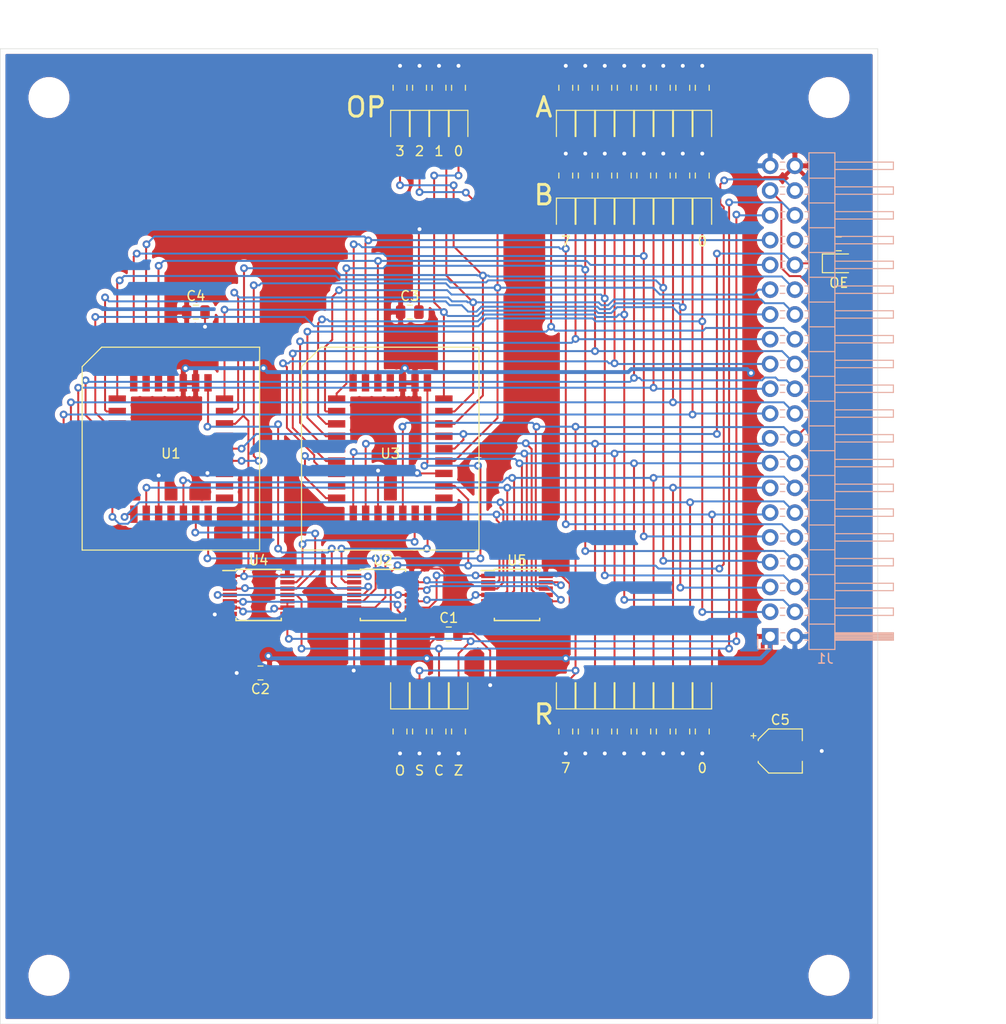
<source format=kicad_pcb>
(kicad_pcb (version 20171130) (host pcbnew "(5.1.5-0-10_14)")
  (layers (0 F.Cu signal) (31 B.Cu signal) (34 B.Paste user) (35 F.Paste user) (36 B.SilkS user) (37 F.SilkS user) (38 B.Mask user) (39 F.Mask user) (44 Edge.Cuts user))
  (net 0 "")
  (net 1 GND)
  (net 2 VCC)
  (net 3 /b0)
  (net 4 /b4)
  (net 5 /b1)
  (net 6 /b5)
  (net 7 /b2)
  (net 8 /b6)
  (net 9 /b3)
  (net 10 /b7)
  (net 11 /r0)
  (net 12 /r1)
  (net 13 /r2)
  (net 14 /r3)
  (net 15 /r4)
  (net 16 /r5)
  (net 17 /r6)
  (net 18 /flags2)
  (net 19 /a0)
  (net 20 /a1)
  (net 21 /a2)
  (net 22 /a3)
  (net 23 /a4)
  (net 24 /a5)
  (net 25 /a6)
  (net 26 /a7)
  (net 27 /op0)
  (net 28 /op1)
  (net 29 /op2)
  (net 30 /op3)
  (net 31 /invert)
  (net 32 /~oe)
  (net 33 /carry_in)
  (net 34 "Net-(J1-Pad34)")
  (net 35 /flags0)
  (net 36 /flags1)
  (net 37 /flags3)
  (net 38 /from_hi)
  (net 39 /~carry_lo)
  (net 40 /to_hi)
  (net 41 /to_lo)
  (net 42 /~op3)
  (net 43 /from_lo)
  (net 44 /z03)
  (net 45 /nor01)
  (net 46 /nor23)
  (net 47 /z47)
  (net 48 /nor45)
  (net 49 /nor67)
  (net 50 /~carry_hi)
  (net 51 /~z)
  (net 52 "Net-(D1-Pad1)")
  (net 53 "Net-(D2-Pad1)")
  (net 54 "Net-(D3-Pad1)")
  (net 55 "Net-(D4-Pad1)")
  (net 56 "Net-(D5-Pad1)")
  (net 57 "Net-(D6-Pad1)")
  (net 58 "Net-(D7-Pad1)")
  (net 59 "Net-(D8-Pad1)")
  (net 60 "Net-(D9-Pad1)")
  (net 61 "Net-(D10-Pad1)")
  (net 62 "Net-(D11-Pad1)")
  (net 63 "Net-(D12-Pad1)")
  (net 64 "Net-(D13-Pad1)")
  (net 65 "Net-(D14-Pad1)")
  (net 66 "Net-(D15-Pad1)")
  (net 67 "Net-(D16-Pad1)")
  (net 68 "Net-(D17-Pad1)")
  (net 69 "Net-(D18-Pad1)")
  (net 70 "Net-(D19-Pad1)")
  (net 71 "Net-(D20-Pad1)")
  (net 72 "Net-(D21-Pad1)")
  (net 73 "Net-(D22-Pad1)")
  (net 74 "Net-(D23-Pad1)")
  (net 75 "Net-(D24-Pad1)")
  (net 76 "Net-(D25-Pad1)")
  (net 77 "Net-(D26-Pad1)")
  (net 78 "Net-(D27-Pad1)")
  (net 79 "Net-(D28-Pad1)")
  (net 80 "Net-(D29-Pad1)")
  (net 81 "Net-(D30-Pad1)")
  (net 82 "Net-(D31-Pad1)")
  (net 83 "Net-(D32-Pad1)")
  (net 84 "Net-(D33-Pad2)")
  (net 85 "Net-(U1-Pad21)")
  (net 86 "Net-(U1-Pad22)")
  (net 87 "Net-(U3-Pad22)")
  (module Package_SO:TSSOP-14_4.4x5mm_P0.65mm (layer F.Cu) (at 136.5 106)
    (fp_text reference U4 (at 0 -3.55) (layer F.SilkS))
    (fp_text value 74ACT00MTCX)
    (pad 14 smd rect (at 2.95 -1.95) (size 1.45 0.45) (layers F.Cu F.Paste F.Mask) (net 2 VCC))
    (pad 13 smd rect (at 2.95 -1.3) (size 1.45 0.45) (layers F.Cu F.Paste F.Mask) (net 50 /~carry_hi))
    (pad 12 smd rect (at 2.95 -0.65) (size 1.45 0.45) (layers F.Cu F.Paste F.Mask) (net 39 /~carry_lo))
    (pad 11 smd rect (at 2.95 0) (size 1.45 0.45) (layers F.Cu F.Paste F.Mask) (net 36 /flags1))
    (pad 10 smd rect (at 2.95 0.65) (size 1.45 0.45) (layers F.Cu F.Paste F.Mask) (net 51 /~z))
    (pad 9 smd rect (at 2.95 1.3) (size 1.45 0.45) (layers F.Cu F.Paste F.Mask) (net 51 /~z))
    (pad 8 smd rect (at 2.95 1.95) (size 1.45 0.45) (layers F.Cu F.Paste F.Mask) (net 35 /flags0))
    (pad 7 smd rect (at -2.95 1.95) (size 1.45 0.45) (layers F.Cu F.Paste F.Mask) (net 1 GND))
    (pad 6 smd rect (at -2.95 1.3) (size 1.45 0.45) (layers F.Cu F.Paste F.Mask) (net 51 /~z))
    (pad 5 smd rect (at -2.95 0.65) (size 1.45 0.45) (layers F.Cu F.Paste F.Mask) (net 44 /z03))
    (pad 4 smd rect (at -2.95 0) (size 1.45 0.45) (layers F.Cu F.Paste F.Mask) (net 47 /z47))
    (pad 3 smd rect (at -2.95 -0.65) (size 1.45 0.45) (layers F.Cu F.Paste F.Mask) (net 42 /~op3))
    (pad 2 smd rect (at -2.95 -1.3) (size 1.45 0.45) (layers F.Cu F.Paste F.Mask) (net 30 /op3))
    (pad 1 smd rect (at -2.95 -1.95) (size 1.45 0.45) (layers F.Cu F.Paste F.Mask) (net 30 /op3))
  )
  (module missing:PLCC-32_SMD_Socket (layer F.Cu) (at 150 91)
    (fp_text reference U3 (at 0 0.5) (layer F.SilkS))
    (fp_text value AT28C256-PLCC32)
    (pad 32 smd rect (at 1.27 -6.75) (size 0.76 1.78) (layers F.Cu F.Paste F.Mask) (net 2 VCC))
    (pad 31 smd rect (at 2.54 -6.75) (size 0.76 1.78) (layers F.Cu F.Paste F.Mask) (net 2 VCC))
    (pad 30 smd rect (at 3.81 -6.75) (size 0.76 1.78) (layers F.Cu F.Paste F.Mask) (net 43 /from_lo))
    (pad 29 smd rect (at 5.5 -5.08 270) (size 0.76 1.78) (layers F.Cu F.Paste F.Mask) (net 27 /op0))
    (pad 28 smd rect (at 5.5 -3.81 270) (size 0.76 1.78) (layers F.Cu F.Paste F.Mask) (net 28 /op1))
    (pad 27 smd rect (at 5.5 -2.54 270) (size 0.76 1.78) (layers F.Cu F.Paste F.Mask) (net 30 /op3))
    (pad 26 smd rect (at 5.5 -1.27 270) (size 0.76 1.78) (layers F.Cu F.Paste F.Mask))
    (pad 25 smd rect (at 5.5 0 270) (size 0.76 1.78) (layers F.Cu F.Paste F.Mask) (net 32 /~oe))
    (pad 24 smd rect (at 5.5 1.27 270) (size 0.76 1.78) (layers F.Cu F.Paste F.Mask) (net 29 /op2))
    (pad 23 smd rect (at 5.5 2.54 270) (size 0.76 1.78) (layers F.Cu F.Paste F.Mask) (net 1 GND))
    (pad 21 smd rect (at 5.5 3.81 270) (size 0.76 1.78) (layers F.Cu F.Paste F.Mask) (net 37 /flags3))
    (pad 22 smd rect (at 5.5 5.08 270) (size 0.76 1.78) (layers F.Cu F.Paste F.Mask) (net 87 "Net-(U3-Pad22)"))
    (pad 20 smd rect (at 3.826 6.72 180) (size 0.76 1.78) (layers F.Cu F.Paste F.Mask) (net 41 /to_lo))
    (pad 19 smd rect (at 2.556 6.72 180) (size 0.76 1.78) (layers F.Cu F.Paste F.Mask) (net 50 /~carry_hi))
    (pad 18 smd rect (at 1.286 6.72 180) (size 0.76 1.78) (layers F.Cu F.Paste F.Mask) (net 18 /flags2))
    (pad 17 smd rect (at 0.016 6.72 180) (size 0.76 1.78) (layers F.Cu F.Paste F.Mask))
    (pad 16 smd rect (at -1.254 6.72 180) (size 0.76 1.78) (layers F.Cu F.Paste F.Mask) (net 1 GND))
    (pad 15 smd rect (at -2.524 6.72 180) (size 0.76 1.78) (layers F.Cu F.Paste F.Mask) (net 17 /r6))
    (pad 14 smd rect (at -3.794 6.72 180) (size 0.76 1.78) (layers F.Cu F.Paste F.Mask) (net 16 /r5))
    (pad 13 smd rect (at -5.5 5.08 90) (size 0.76 1.78) (layers F.Cu F.Paste F.Mask) (net 15 /r4))
    (pad 12 smd rect (at -5.5 3.81 90) (size 0.76 1.78) (layers F.Cu F.Paste F.Mask))
    (pad 11 smd rect (at -5.5 2.54 90) (size 0.76 1.78) (layers F.Cu F.Paste F.Mask) (net 23 /a4))
    (pad 10 smd rect (at -5.5 1.27 90) (size 0.76 1.78) (layers F.Cu F.Paste F.Mask) (net 24 /a5))
    (pad 9 smd rect (at -5.5 0 90) (size 0.76 1.78) (layers F.Cu F.Paste F.Mask) (net 25 /a6))
    (pad 8 smd rect (at -5.5 -1.27 90) (size 0.76 1.78) (layers F.Cu F.Paste F.Mask) (net 26 /a7))
    (pad 7 smd rect (at -5.5 -2.54 90) (size 0.76 1.78) (layers F.Cu F.Paste F.Mask) (net 4 /b4))
    (pad 6 smd rect (at -5.5 -3.81 90) (size 0.76 1.78) (layers F.Cu F.Paste F.Mask) (net 6 /b5))
    (pad 5 smd rect (at -5.5 -5.08 90) (size 0.76 1.78) (layers F.Cu F.Paste F.Mask) (net 8 /b6))
    (pad 4 smd rect (at -3.81 -6.75) (size 0.76 1.78) (layers F.Cu F.Paste F.Mask) (net 10 /b7))
    (pad 3 smd rect (at -2.54 -6.75) (size 0.76 1.78) (layers F.Cu F.Paste F.Mask) (net 33 /carry_in))
    (pad 2 smd rect (at -1.27 -6.75) (size 0.76 1.78) (layers F.Cu F.Paste F.Mask) (net 31 /invert))
    (pad 1 smd rect (at 0 -6.75) (size 0.76 1.78) (layers F.Cu F.Paste F.Mask))
  )
  (module missing:PLCC-32_SMD_Socket (layer F.Cu) (at 127.5 91)
    (fp_text reference U1 (at 0 0.5) (layer F.SilkS))
    (fp_text value AT28C256-PLCC32)
    (pad 32 smd rect (at 1.27 -6.75) (size 0.76 1.78) (layers F.Cu F.Paste F.Mask) (net 2 VCC))
    (pad 31 smd rect (at 2.54 -6.75) (size 0.76 1.78) (layers F.Cu F.Paste F.Mask) (net 2 VCC))
    (pad 30 smd rect (at 3.81 -6.75) (size 0.76 1.78) (layers F.Cu F.Paste F.Mask) (net 38 /from_hi))
    (pad 29 smd rect (at 5.5 -5.08 270) (size 0.76 1.78) (layers F.Cu F.Paste F.Mask) (net 27 /op0))
    (pad 28 smd rect (at 5.5 -3.81 270) (size 0.76 1.78) (layers F.Cu F.Paste F.Mask) (net 28 /op1))
    (pad 27 smd rect (at 5.5 -2.54 270) (size 0.76 1.78) (layers F.Cu F.Paste F.Mask) (net 30 /op3))
    (pad 26 smd rect (at 5.5 -1.27 270) (size 0.76 1.78) (layers F.Cu F.Paste F.Mask))
    (pad 25 smd rect (at 5.5 0 270) (size 0.76 1.78) (layers F.Cu F.Paste F.Mask) (net 32 /~oe))
    (pad 24 smd rect (at 5.5 1.27 270) (size 0.76 1.78) (layers F.Cu F.Paste F.Mask) (net 29 /op2))
    (pad 23 smd rect (at 5.5 2.54 270) (size 0.76 1.78) (layers F.Cu F.Paste F.Mask) (net 1 GND))
    (pad 21 smd rect (at 5.5 3.81 270) (size 0.76 1.78) (layers F.Cu F.Paste F.Mask) (net 85 "Net-(U1-Pad21)"))
    (pad 22 smd rect (at 5.5 5.08 270) (size 0.76 1.78) (layers F.Cu F.Paste F.Mask) (net 86 "Net-(U1-Pad22)"))
    (pad 20 smd rect (at 3.826 6.72 180) (size 0.76 1.78) (layers F.Cu F.Paste F.Mask) (net 40 /to_hi))
    (pad 19 smd rect (at 2.556 6.72 180) (size 0.76 1.78) (layers F.Cu F.Paste F.Mask) (net 39 /~carry_lo))
    (pad 18 smd rect (at 1.286 6.72 180) (size 0.76 1.78) (layers F.Cu F.Paste F.Mask) (net 14 /r3))
    (pad 17 smd rect (at 0.016 6.72 180) (size 0.76 1.78) (layers F.Cu F.Paste F.Mask))
    (pad 16 smd rect (at -1.254 6.72 180) (size 0.76 1.78) (layers F.Cu F.Paste F.Mask) (net 1 GND))
    (pad 15 smd rect (at -2.524 6.72 180) (size 0.76 1.78) (layers F.Cu F.Paste F.Mask) (net 13 /r2))
    (pad 14 smd rect (at -3.794 6.72 180) (size 0.76 1.78) (layers F.Cu F.Paste F.Mask) (net 12 /r1))
    (pad 13 smd rect (at -5.5 5.08 90) (size 0.76 1.78) (layers F.Cu F.Paste F.Mask) (net 11 /r0))
    (pad 12 smd rect (at -5.5 3.81 90) (size 0.76 1.78) (layers F.Cu F.Paste F.Mask))
    (pad 11 smd rect (at -5.5 2.54 90) (size 0.76 1.78) (layers F.Cu F.Paste F.Mask) (net 19 /a0))
    (pad 10 smd rect (at -5.5 1.27 90) (size 0.76 1.78) (layers F.Cu F.Paste F.Mask) (net 20 /a1))
    (pad 9 smd rect (at -5.5 0 90) (size 0.76 1.78) (layers F.Cu F.Paste F.Mask) (net 21 /a2))
    (pad 8 smd rect (at -5.5 -1.27 90) (size 0.76 1.78) (layers F.Cu F.Paste F.Mask) (net 22 /a3))
    (pad 7 smd rect (at -5.5 -2.54 90) (size 0.76 1.78) (layers F.Cu F.Paste F.Mask) (net 3 /b0))
    (pad 6 smd rect (at -5.5 -3.81 90) (size 0.76 1.78) (layers F.Cu F.Paste F.Mask) (net 5 /b1))
    (pad 5 smd rect (at -5.5 -5.08 90) (size 0.76 1.78) (layers F.Cu F.Paste F.Mask) (net 7 /b2))
    (pad 4 smd rect (at -3.81 -6.75) (size 0.76 1.78) (layers F.Cu F.Paste F.Mask) (net 9 /b3))
    (pad 3 smd rect (at -2.54 -6.75) (size 0.76 1.78) (layers F.Cu F.Paste F.Mask) (net 33 /carry_in))
    (pad 2 smd rect (at -1.27 -6.75) (size 0.76 1.78) (layers F.Cu F.Paste F.Mask) (net 31 /invert))
    (pad 1 smd rect (at 0 -6.75) (size 0.76 1.78) (layers F.Cu F.Paste F.Mask))
  )
  (module Resistor_SMD:R_0805_2012Metric (layer F.Cu) (at 196 70)
    (fp_text reference R33 hide)
    (fp_text value 600)
    (pad 2 smd roundrect (at 0.9375 0) (size 0.975 1.4) (layers F.Cu F.Paste F.Mask) (net 84 "Net-(D33-Pad2)"))
    (pad 1 smd roundrect (at -0.9375 0) (size 0.975 1.4) (layers F.Cu F.Paste F.Mask) (net 2 VCC))
  )
  (module Resistor_SMD:R_0805_2012Metric (layer F.Cu) (at 151 120 90)
    (fp_text reference R32 hide)
    (fp_text value 620)
    (pad 2 smd roundrect (at 0.9375 0 90) (size 0.975 1.4) (layers F.Cu F.Paste F.Mask) (net 83 "Net-(D32-Pad1)"))
    (pad 1 smd roundrect (at -0.9375 0 90) (size 0.975 1.4) (layers F.Cu F.Paste F.Mask) (net 1 GND))
  )
  (module Resistor_SMD:R_0805_2012Metric (layer F.Cu) (at 153 120 90)
    (fp_text reference R31 hide)
    (fp_text value 620)
    (pad 2 smd roundrect (at 0.9375 0 90) (size 0.975 1.4) (layers F.Cu F.Paste F.Mask) (net 82 "Net-(D31-Pad1)"))
    (pad 1 smd roundrect (at -0.9375 0 90) (size 0.975 1.4) (layers F.Cu F.Paste F.Mask) (net 1 GND))
  )
  (module Resistor_SMD:R_0805_2012Metric (layer F.Cu) (at 155 120 90)
    (fp_text reference R30 hide)
    (fp_text value 620)
    (pad 2 smd roundrect (at 0.9375 0 90) (size 0.975 1.4) (layers F.Cu F.Paste F.Mask) (net 81 "Net-(D30-Pad1)"))
    (pad 1 smd roundrect (at -0.9375 0 90) (size 0.975 1.4) (layers F.Cu F.Paste F.Mask) (net 1 GND))
  )
  (module Resistor_SMD:R_0805_2012Metric (layer F.Cu) (at 157 120 90)
    (fp_text reference R29 hide)
    (fp_text value 620)
    (pad 2 smd roundrect (at 0.9375 0 90) (size 0.975 1.4) (layers F.Cu F.Paste F.Mask) (net 80 "Net-(D29-Pad1)"))
    (pad 1 smd roundrect (at -0.9375 0 90) (size 0.975 1.4) (layers F.Cu F.Paste F.Mask) (net 1 GND))
  )
  (module Resistor_SMD:R_0805_2012Metric (layer F.Cu) (at 151 54 270)
    (fp_text reference R28 hide)
    (fp_text value 600)
    (pad 2 smd roundrect (at 0.9375 0 270) (size 0.975 1.4) (layers F.Cu F.Paste F.Mask) (net 79 "Net-(D28-Pad1)"))
    (pad 1 smd roundrect (at -0.9375 0 270) (size 0.975 1.4) (layers F.Cu F.Paste F.Mask) (net 1 GND))
  )
  (module Resistor_SMD:R_0805_2012Metric (layer F.Cu) (at 153 54 270)
    (fp_text reference R27 hide)
    (fp_text value 600)
    (pad 2 smd roundrect (at 0.9375 0 270) (size 0.975 1.4) (layers F.Cu F.Paste F.Mask) (net 78 "Net-(D27-Pad1)"))
    (pad 1 smd roundrect (at -0.9375 0 270) (size 0.975 1.4) (layers F.Cu F.Paste F.Mask) (net 1 GND))
  )
  (module Resistor_SMD:R_0805_2012Metric (layer F.Cu) (at 155 54 270)
    (fp_text reference R26 hide)
    (fp_text value 600)
    (pad 2 smd roundrect (at 0.9375 0 270) (size 0.975 1.4) (layers F.Cu F.Paste F.Mask) (net 77 "Net-(D26-Pad1)"))
    (pad 1 smd roundrect (at -0.9375 0 270) (size 0.975 1.4) (layers F.Cu F.Paste F.Mask) (net 1 GND))
  )
  (module Resistor_SMD:R_0805_2012Metric (layer F.Cu) (at 157 54 270)
    (fp_text reference R25 hide)
    (fp_text value 600)
    (pad 2 smd roundrect (at 0.9375 0 270) (size 0.975 1.4) (layers F.Cu F.Paste F.Mask) (net 76 "Net-(D25-Pad1)"))
    (pad 1 smd roundrect (at -0.9375 0 270) (size 0.975 1.4) (layers F.Cu F.Paste F.Mask) (net 1 GND))
  )
  (module Resistor_SMD:R_0805_2012Metric (layer F.Cu) (at 168 120 90)
    (fp_text reference R24 hide)
    (fp_text value 620)
    (pad 2 smd roundrect (at 0.9375 0 90) (size 0.975 1.4) (layers F.Cu F.Paste F.Mask) (net 75 "Net-(D24-Pad1)"))
    (pad 1 smd roundrect (at -0.9375 0 90) (size 0.975 1.4) (layers F.Cu F.Paste F.Mask) (net 1 GND))
  )
  (module Resistor_SMD:R_0805_2012Metric (layer F.Cu) (at 170 120 90)
    (fp_text reference R23 hide)
    (fp_text value 620)
    (pad 2 smd roundrect (at 0.9375 0 90) (size 0.975 1.4) (layers F.Cu F.Paste F.Mask) (net 74 "Net-(D23-Pad1)"))
    (pad 1 smd roundrect (at -0.9375 0 90) (size 0.975 1.4) (layers F.Cu F.Paste F.Mask) (net 1 GND))
  )
  (module Resistor_SMD:R_0805_2012Metric (layer F.Cu) (at 172 120 90)
    (fp_text reference R22 hide)
    (fp_text value 620)
    (pad 2 smd roundrect (at 0.9375 0 90) (size 0.975 1.4) (layers F.Cu F.Paste F.Mask) (net 73 "Net-(D22-Pad1)"))
    (pad 1 smd roundrect (at -0.9375 0 90) (size 0.975 1.4) (layers F.Cu F.Paste F.Mask) (net 1 GND))
  )
  (module Resistor_SMD:R_0805_2012Metric (layer F.Cu) (at 174 120 90)
    (fp_text reference R21 hide)
    (fp_text value 620)
    (pad 2 smd roundrect (at 0.9375 0 90) (size 0.975 1.4) (layers F.Cu F.Paste F.Mask) (net 72 "Net-(D21-Pad1)"))
    (pad 1 smd roundrect (at -0.9375 0 90) (size 0.975 1.4) (layers F.Cu F.Paste F.Mask) (net 1 GND))
  )
  (module Resistor_SMD:R_0805_2012Metric (layer F.Cu) (at 176 120 90)
    (fp_text reference R20 hide)
    (fp_text value 620)
    (pad 2 smd roundrect (at 0.9375 0 90) (size 0.975 1.4) (layers F.Cu F.Paste F.Mask) (net 71 "Net-(D20-Pad1)"))
    (pad 1 smd roundrect (at -0.9375 0 90) (size 0.975 1.4) (layers F.Cu F.Paste F.Mask) (net 1 GND))
  )
  (module Resistor_SMD:R_0805_2012Metric (layer F.Cu) (at 178 120 90)
    (fp_text reference R19 hide)
    (fp_text value 620)
    (pad 2 smd roundrect (at 0.9375 0 90) (size 0.975 1.4) (layers F.Cu F.Paste F.Mask) (net 70 "Net-(D19-Pad1)"))
    (pad 1 smd roundrect (at -0.9375 0 90) (size 0.975 1.4) (layers F.Cu F.Paste F.Mask) (net 1 GND))
  )
  (module Resistor_SMD:R_0805_2012Metric (layer F.Cu) (at 180 120 90)
    (fp_text reference R18 hide)
    (fp_text value 620)
    (pad 2 smd roundrect (at 0.9375 0 90) (size 0.975 1.4) (layers F.Cu F.Paste F.Mask) (net 69 "Net-(D18-Pad1)"))
    (pad 1 smd roundrect (at -0.9375 0 90) (size 0.975 1.4) (layers F.Cu F.Paste F.Mask) (net 1 GND))
  )
  (module Resistor_SMD:R_0805_2012Metric (layer F.Cu) (at 182 120 90)
    (fp_text reference R17 hide)
    (fp_text value 620)
    (pad 2 smd roundrect (at 0.9375 0 90) (size 0.975 1.4) (layers F.Cu F.Paste F.Mask) (net 68 "Net-(D17-Pad1)"))
    (pad 1 smd roundrect (at -0.9375 0 90) (size 0.975 1.4) (layers F.Cu F.Paste F.Mask) (net 1 GND))
  )
  (module Resistor_SMD:R_0805_2012Metric (layer F.Cu) (at 168 63 270)
    (fp_text reference R16 hide)
    (fp_text value 600)
    (pad 2 smd roundrect (at 0.9375 0 270) (size 0.975 1.4) (layers F.Cu F.Paste F.Mask) (net 67 "Net-(D16-Pad1)"))
    (pad 1 smd roundrect (at -0.9375 0 270) (size 0.975 1.4) (layers F.Cu F.Paste F.Mask) (net 1 GND))
  )
  (module Resistor_SMD:R_0805_2012Metric (layer F.Cu) (at 170 63 270)
    (fp_text reference R15 hide)
    (fp_text value 600)
    (pad 2 smd roundrect (at 0.9375 0 270) (size 0.975 1.4) (layers F.Cu F.Paste F.Mask) (net 66 "Net-(D15-Pad1)"))
    (pad 1 smd roundrect (at -0.9375 0 270) (size 0.975 1.4) (layers F.Cu F.Paste F.Mask) (net 1 GND))
  )
  (module Resistor_SMD:R_0805_2012Metric (layer F.Cu) (at 172 63 270)
    (fp_text reference R14 hide)
    (fp_text value 600)
    (pad 2 smd roundrect (at 0.9375 0 270) (size 0.975 1.4) (layers F.Cu F.Paste F.Mask) (net 65 "Net-(D14-Pad1)"))
    (pad 1 smd roundrect (at -0.9375 0 270) (size 0.975 1.4) (layers F.Cu F.Paste F.Mask) (net 1 GND))
  )
  (module Resistor_SMD:R_0805_2012Metric (layer F.Cu) (at 174 63 270)
    (fp_text reference R13 hide)
    (fp_text value 600)
    (pad 2 smd roundrect (at 0.9375 0 270) (size 0.975 1.4) (layers F.Cu F.Paste F.Mask) (net 64 "Net-(D13-Pad1)"))
    (pad 1 smd roundrect (at -0.9375 0 270) (size 0.975 1.4) (layers F.Cu F.Paste F.Mask) (net 1 GND))
  )
  (module Resistor_SMD:R_0805_2012Metric (layer F.Cu) (at 176 63 270)
    (fp_text reference R12 hide)
    (fp_text value 600)
    (pad 2 smd roundrect (at 0.9375 0 270) (size 0.975 1.4) (layers F.Cu F.Paste F.Mask) (net 63 "Net-(D12-Pad1)"))
    (pad 1 smd roundrect (at -0.9375 0 270) (size 0.975 1.4) (layers F.Cu F.Paste F.Mask) (net 1 GND))
  )
  (module Resistor_SMD:R_0805_2012Metric (layer F.Cu) (at 178 63 270)
    (fp_text reference R11 hide)
    (fp_text value 600)
    (pad 2 smd roundrect (at 0.9375 0 270) (size 0.975 1.4) (layers F.Cu F.Paste F.Mask) (net 62 "Net-(D11-Pad1)"))
    (pad 1 smd roundrect (at -0.9375 0 270) (size 0.975 1.4) (layers F.Cu F.Paste F.Mask) (net 1 GND))
  )
  (module Resistor_SMD:R_0805_2012Metric (layer F.Cu) (at 180 63 270)
    (fp_text reference R10 hide)
    (fp_text value 600)
    (pad 2 smd roundrect (at 0.9375 0 270) (size 0.975 1.4) (layers F.Cu F.Paste F.Mask) (net 61 "Net-(D10-Pad1)"))
    (pad 1 smd roundrect (at -0.9375 0 270) (size 0.975 1.4) (layers F.Cu F.Paste F.Mask) (net 1 GND))
  )
  (module Resistor_SMD:R_0805_2012Metric (layer F.Cu) (at 182 63 270)
    (fp_text reference R9 hide)
    (fp_text value 600)
    (pad 2 smd roundrect (at 0.9375 0 270) (size 0.975 1.4) (layers F.Cu F.Paste F.Mask) (net 60 "Net-(D9-Pad1)"))
    (pad 1 smd roundrect (at -0.9375 0 270) (size 0.975 1.4) (layers F.Cu F.Paste F.Mask) (net 1 GND))
  )
  (module Resistor_SMD:R_0805_2012Metric (layer F.Cu) (at 168 54 270)
    (fp_text reference R8 hide)
    (fp_text value 600)
    (pad 2 smd roundrect (at 0.9375 0 270) (size 0.975 1.4) (layers F.Cu F.Paste F.Mask) (net 59 "Net-(D8-Pad1)"))
    (pad 1 smd roundrect (at -0.9375 0 270) (size 0.975 1.4) (layers F.Cu F.Paste F.Mask) (net 1 GND))
  )
  (module Resistor_SMD:R_0805_2012Metric (layer F.Cu) (at 170 54 270)
    (fp_text reference R7 hide)
    (fp_text value 600)
    (pad 2 smd roundrect (at 0.9375 0 270) (size 0.975 1.4) (layers F.Cu F.Paste F.Mask) (net 58 "Net-(D7-Pad1)"))
    (pad 1 smd roundrect (at -0.9375 0 270) (size 0.975 1.4) (layers F.Cu F.Paste F.Mask) (net 1 GND))
  )
  (module Resistor_SMD:R_0805_2012Metric (layer F.Cu) (at 172 54 270)
    (fp_text reference R6 hide)
    (fp_text value 600)
    (pad 2 smd roundrect (at 0.9375 0 270) (size 0.975 1.4) (layers F.Cu F.Paste F.Mask) (net 57 "Net-(D6-Pad1)"))
    (pad 1 smd roundrect (at -0.9375 0 270) (size 0.975 1.4) (layers F.Cu F.Paste F.Mask) (net 1 GND))
  )
  (module Resistor_SMD:R_0805_2012Metric (layer F.Cu) (at 174 54 270)
    (fp_text reference R5 hide)
    (fp_text value 600)
    (pad 2 smd roundrect (at 0.9375 0 270) (size 0.975 1.4) (layers F.Cu F.Paste F.Mask) (net 56 "Net-(D5-Pad1)"))
    (pad 1 smd roundrect (at -0.9375 0 270) (size 0.975 1.4) (layers F.Cu F.Paste F.Mask) (net 1 GND))
  )
  (module Resistor_SMD:R_0805_2012Metric (layer F.Cu) (at 176 54 270)
    (fp_text reference R4 hide)
    (fp_text value 600)
    (pad 2 smd roundrect (at 0.9375 0 270) (size 0.975 1.4) (layers F.Cu F.Paste F.Mask) (net 55 "Net-(D4-Pad1)"))
    (pad 1 smd roundrect (at -0.9375 0 270) (size 0.975 1.4) (layers F.Cu F.Paste F.Mask) (net 1 GND))
  )
  (module Resistor_SMD:R_0805_2012Metric (layer F.Cu) (at 178 54 270)
    (fp_text reference R3 hide)
    (fp_text value 600)
    (pad 2 smd roundrect (at 0.9375 0 270) (size 0.975 1.4) (layers F.Cu F.Paste F.Mask) (net 54 "Net-(D3-Pad1)"))
    (pad 1 smd roundrect (at -0.9375 0 270) (size 0.975 1.4) (layers F.Cu F.Paste F.Mask) (net 1 GND))
  )
  (module Resistor_SMD:R_0805_2012Metric (layer F.Cu) (at 180 54 270)
    (fp_text reference R2 hide)
    (fp_text value 600)
    (pad 2 smd roundrect (at 0.9375 0 270) (size 0.975 1.4) (layers F.Cu F.Paste F.Mask) (net 53 "Net-(D2-Pad1)"))
    (pad 1 smd roundrect (at -0.9375 0 270) (size 0.975 1.4) (layers F.Cu F.Paste F.Mask) (net 1 GND))
  )
  (module Resistor_SMD:R_0805_2012Metric (layer F.Cu) (at 182 54 270)
    (fp_text reference R1 hide)
    (fp_text value 600)
    (pad 2 smd roundrect (at 0.9375 0 270) (size 0.975 1.4) (layers F.Cu F.Paste F.Mask) (net 52 "Net-(D1-Pad1)"))
    (pad 1 smd roundrect (at -0.9375 0 270) (size 0.975 1.4) (layers F.Cu F.Paste F.Mask) (net 1 GND))
  )
  (module LED_SMD:LED_0805_2012Metric (layer F.Cu) (at 196 72)
    (fp_text reference D33 hide)
    (fp_text value KP-2012CGCK)
    (pad 2 smd roundrect (at 0.9375 0) (size 0.975 1.4) (layers F.Cu F.Paste F.Mask) (net 84 "Net-(D33-Pad2)"))
    (pad 1 smd roundrect (at -0.9375 0) (size 0.975 1.4) (layers F.Cu F.Paste F.Mask) (net 32 /~oe))
  )
  (module LED_SMD:LED_0805_2012Metric (layer F.Cu) (at 151 116 90)
    (fp_text reference D32 hide)
    (fp_text value KP-2012EC)
    (pad 2 smd roundrect (at 0.9375 0 90) (size 0.975 1.4) (layers F.Cu F.Paste F.Mask) (net 37 /flags3))
    (pad 1 smd roundrect (at -0.9375 0 90) (size 0.975 1.4) (layers F.Cu F.Paste F.Mask) (net 83 "Net-(D32-Pad1)"))
  )
  (module LED_SMD:LED_0805_2012Metric (layer F.Cu) (at 153 116 90)
    (fp_text reference D31 hide)
    (fp_text value KP-2012EC)
    (pad 2 smd roundrect (at 0.9375 0 90) (size 0.975 1.4) (layers F.Cu F.Paste F.Mask) (net 18 /flags2))
    (pad 1 smd roundrect (at -0.9375 0 90) (size 0.975 1.4) (layers F.Cu F.Paste F.Mask) (net 82 "Net-(D31-Pad1)"))
  )
  (module LED_SMD:LED_0805_2012Metric (layer F.Cu) (at 155 116 90)
    (fp_text reference D30 hide)
    (fp_text value KP-2012EC)
    (pad 2 smd roundrect (at 0.9375 0 90) (size 0.975 1.4) (layers F.Cu F.Paste F.Mask) (net 36 /flags1))
    (pad 1 smd roundrect (at -0.9375 0 90) (size 0.975 1.4) (layers F.Cu F.Paste F.Mask) (net 81 "Net-(D30-Pad1)"))
  )
  (module LED_SMD:LED_0805_2012Metric (layer F.Cu) (at 157 116 90)
    (fp_text reference D29 hide)
    (fp_text value KP-2012EC)
    (pad 2 smd roundrect (at 0.9375 0 90) (size 0.975 1.4) (layers F.Cu F.Paste F.Mask) (net 35 /flags0))
    (pad 1 smd roundrect (at -0.9375 0 90) (size 0.975 1.4) (layers F.Cu F.Paste F.Mask) (net 80 "Net-(D29-Pad1)"))
  )
  (module LED_SMD:LED_0805_2012Metric (layer F.Cu) (at 151 58 270)
    (fp_text reference D28 hide)
    (fp_text value KP-2012CGCK)
    (pad 2 smd roundrect (at 0.9375 0 270) (size 0.975 1.4) (layers F.Cu F.Paste F.Mask) (net 30 /op3))
    (pad 1 smd roundrect (at -0.9375 0 270) (size 0.975 1.4) (layers F.Cu F.Paste F.Mask) (net 79 "Net-(D28-Pad1)"))
  )
  (module LED_SMD:LED_0805_2012Metric (layer F.Cu) (at 153 58 270)
    (fp_text reference D27 hide)
    (fp_text value KP-2012CGCK)
    (pad 2 smd roundrect (at 0.9375 0 270) (size 0.975 1.4) (layers F.Cu F.Paste F.Mask) (net 29 /op2))
    (pad 1 smd roundrect (at -0.9375 0 270) (size 0.975 1.4) (layers F.Cu F.Paste F.Mask) (net 78 "Net-(D27-Pad1)"))
  )
  (module LED_SMD:LED_0805_2012Metric (layer F.Cu) (at 155 58 270)
    (fp_text reference D26 hide)
    (fp_text value KP-2012CGCK)
    (pad 2 smd roundrect (at 0.9375 0 270) (size 0.975 1.4) (layers F.Cu F.Paste F.Mask) (net 28 /op1))
    (pad 1 smd roundrect (at -0.9375 0 270) (size 0.975 1.4) (layers F.Cu F.Paste F.Mask) (net 77 "Net-(D26-Pad1)"))
  )
  (module LED_SMD:LED_0805_2012Metric (layer F.Cu) (at 157 58 270)
    (fp_text reference D25 hide)
    (fp_text value KP-2012CGCK)
    (pad 2 smd roundrect (at 0.9375 0 270) (size 0.975 1.4) (layers F.Cu F.Paste F.Mask) (net 27 /op0))
    (pad 1 smd roundrect (at -0.9375 0 270) (size 0.975 1.4) (layers F.Cu F.Paste F.Mask) (net 76 "Net-(D25-Pad1)"))
  )
  (module LED_SMD:LED_0805_2012Metric (layer F.Cu) (at 168 116 90)
    (fp_text reference D24 hide)
    (fp_text value KP-2012EC)
    (pad 2 smd roundrect (at 0.9375 0 90) (size 0.975 1.4) (layers F.Cu F.Paste F.Mask) (net 18 /flags2))
    (pad 1 smd roundrect (at -0.9375 0 90) (size 0.975 1.4) (layers F.Cu F.Paste F.Mask) (net 75 "Net-(D24-Pad1)"))
  )
  (module LED_SMD:LED_0805_2012Metric (layer F.Cu) (at 170 116 90)
    (fp_text reference D23 hide)
    (fp_text value KP-2012EC)
    (pad 2 smd roundrect (at 0.9375 0 90) (size 0.975 1.4) (layers F.Cu F.Paste F.Mask) (net 17 /r6))
    (pad 1 smd roundrect (at -0.9375 0 90) (size 0.975 1.4) (layers F.Cu F.Paste F.Mask) (net 74 "Net-(D23-Pad1)"))
  )
  (module LED_SMD:LED_0805_2012Metric (layer F.Cu) (at 172 116 90)
    (fp_text reference D22 hide)
    (fp_text value KP-2012EC)
    (pad 2 smd roundrect (at 0.9375 0 90) (size 0.975 1.4) (layers F.Cu F.Paste F.Mask) (net 16 /r5))
    (pad 1 smd roundrect (at -0.9375 0 90) (size 0.975 1.4) (layers F.Cu F.Paste F.Mask) (net 73 "Net-(D22-Pad1)"))
  )
  (module LED_SMD:LED_0805_2012Metric (layer F.Cu) (at 174 116 90)
    (fp_text reference D21 hide)
    (fp_text value KP-2012EC)
    (pad 2 smd roundrect (at 0.9375 0 90) (size 0.975 1.4) (layers F.Cu F.Paste F.Mask) (net 15 /r4))
    (pad 1 smd roundrect (at -0.9375 0 90) (size 0.975 1.4) (layers F.Cu F.Paste F.Mask) (net 72 "Net-(D21-Pad1)"))
  )
  (module LED_SMD:LED_0805_2012Metric (layer F.Cu) (at 176 116 90)
    (fp_text reference D20 hide)
    (fp_text value KP-2012EC)
    (pad 2 smd roundrect (at 0.9375 0 90) (size 0.975 1.4) (layers F.Cu F.Paste F.Mask) (net 14 /r3))
    (pad 1 smd roundrect (at -0.9375 0 90) (size 0.975 1.4) (layers F.Cu F.Paste F.Mask) (net 71 "Net-(D20-Pad1)"))
  )
  (module LED_SMD:LED_0805_2012Metric (layer F.Cu) (at 178 116 90)
    (fp_text reference D19 hide)
    (fp_text value KP-2012EC)
    (pad 2 smd roundrect (at 0.9375 0 90) (size 0.975 1.4) (layers F.Cu F.Paste F.Mask) (net 13 /r2))
    (pad 1 smd roundrect (at -0.9375 0 90) (size 0.975 1.4) (layers F.Cu F.Paste F.Mask) (net 70 "Net-(D19-Pad1)"))
  )
  (module LED_SMD:LED_0805_2012Metric (layer F.Cu) (at 180 116 90)
    (fp_text reference D18 hide)
    (fp_text value KP-2012EC)
    (pad 2 smd roundrect (at 0.9375 0 90) (size 0.975 1.4) (layers F.Cu F.Paste F.Mask) (net 12 /r1))
    (pad 1 smd roundrect (at -0.9375 0 90) (size 0.975 1.4) (layers F.Cu F.Paste F.Mask) (net 69 "Net-(D18-Pad1)"))
  )
  (module LED_SMD:LED_0805_2012Metric (layer F.Cu) (at 182 116 90)
    (fp_text reference D17 hide)
    (fp_text value KP-2012EC)
    (pad 2 smd roundrect (at 0.9375 0 90) (size 0.975 1.4) (layers F.Cu F.Paste F.Mask) (net 11 /r0))
    (pad 1 smd roundrect (at -0.9375 0 90) (size 0.975 1.4) (layers F.Cu F.Paste F.Mask) (net 68 "Net-(D17-Pad1)"))
  )
  (module LED_SMD:LED_0805_2012Metric (layer F.Cu) (at 168 67 270)
    (fp_text reference D16 hide)
    (fp_text value KP-2012CGCK)
    (pad 2 smd roundrect (at 0.9375 0 270) (size 0.975 1.4) (layers F.Cu F.Paste F.Mask) (net 10 /b7))
    (pad 1 smd roundrect (at -0.9375 0 270) (size 0.975 1.4) (layers F.Cu F.Paste F.Mask) (net 67 "Net-(D16-Pad1)"))
  )
  (module LED_SMD:LED_0805_2012Metric (layer F.Cu) (at 170 67 270)
    (fp_text reference D15 hide)
    (fp_text value KP-2012CGCK)
    (pad 2 smd roundrect (at 0.9375 0 270) (size 0.975 1.4) (layers F.Cu F.Paste F.Mask) (net 8 /b6))
    (pad 1 smd roundrect (at -0.9375 0 270) (size 0.975 1.4) (layers F.Cu F.Paste F.Mask) (net 66 "Net-(D15-Pad1)"))
  )
  (module LED_SMD:LED_0805_2012Metric (layer F.Cu) (at 172 67 270)
    (fp_text reference D14 hide)
    (fp_text value KP-2012CGCK)
    (pad 2 smd roundrect (at 0.9375 0 270) (size 0.975 1.4) (layers F.Cu F.Paste F.Mask) (net 6 /b5))
    (pad 1 smd roundrect (at -0.9375 0 270) (size 0.975 1.4) (layers F.Cu F.Paste F.Mask) (net 65 "Net-(D14-Pad1)"))
  )
  (module LED_SMD:LED_0805_2012Metric (layer F.Cu) (at 174 67 270)
    (fp_text reference D13 hide)
    (fp_text value KP-2012CGCK)
    (pad 2 smd roundrect (at 0.9375 0 270) (size 0.975 1.4) (layers F.Cu F.Paste F.Mask) (net 4 /b4))
    (pad 1 smd roundrect (at -0.9375 0 270) (size 0.975 1.4) (layers F.Cu F.Paste F.Mask) (net 64 "Net-(D13-Pad1)"))
  )
  (module LED_SMD:LED_0805_2012Metric (layer F.Cu) (at 176 67 270)
    (fp_text reference D12 hide)
    (fp_text value KP-2012CGCK)
    (pad 2 smd roundrect (at 0.9375 0 270) (size 0.975 1.4) (layers F.Cu F.Paste F.Mask) (net 9 /b3))
    (pad 1 smd roundrect (at -0.9375 0 270) (size 0.975 1.4) (layers F.Cu F.Paste F.Mask) (net 63 "Net-(D12-Pad1)"))
  )
  (module LED_SMD:LED_0805_2012Metric (layer F.Cu) (at 178 67 270)
    (fp_text reference D11 hide)
    (fp_text value KP-2012CGCK)
    (pad 2 smd roundrect (at 0.9375 0 270) (size 0.975 1.4) (layers F.Cu F.Paste F.Mask) (net 7 /b2))
    (pad 1 smd roundrect (at -0.9375 0 270) (size 0.975 1.4) (layers F.Cu F.Paste F.Mask) (net 62 "Net-(D11-Pad1)"))
  )
  (module LED_SMD:LED_0805_2012Metric (layer F.Cu) (at 180 67 270)
    (fp_text reference D10 hide)
    (fp_text value KP-2012CGCK)
    (pad 2 smd roundrect (at 0.9375 0 270) (size 0.975 1.4) (layers F.Cu F.Paste F.Mask) (net 5 /b1))
    (pad 1 smd roundrect (at -0.9375 0 270) (size 0.975 1.4) (layers F.Cu F.Paste F.Mask) (net 61 "Net-(D10-Pad1)"))
  )
  (module LED_SMD:LED_0805_2012Metric (layer F.Cu) (at 182 67 270)
    (fp_text reference D9 hide)
    (fp_text value KP-2012CGCK)
    (pad 2 smd roundrect (at 0.9375 0 270) (size 0.975 1.4) (layers F.Cu F.Paste F.Mask) (net 3 /b0))
    (pad 1 smd roundrect (at -0.9375 0 270) (size 0.975 1.4) (layers F.Cu F.Paste F.Mask) (net 60 "Net-(D9-Pad1)"))
  )
  (module LED_SMD:LED_0805_2012Metric (layer F.Cu) (at 168 58 270)
    (fp_text reference D8 hide)
    (fp_text value KP-2012CGCK)
    (pad 2 smd roundrect (at 0.9375 0 270) (size 0.975 1.4) (layers F.Cu F.Paste F.Mask) (net 26 /a7))
    (pad 1 smd roundrect (at -0.9375 0 270) (size 0.975 1.4) (layers F.Cu F.Paste F.Mask) (net 59 "Net-(D8-Pad1)"))
  )
  (module LED_SMD:LED_0805_2012Metric (layer F.Cu) (at 170 58 270)
    (fp_text reference D7 hide)
    (fp_text value KP-2012CGCK)
    (pad 2 smd roundrect (at 0.9375 0 270) (size 0.975 1.4) (layers F.Cu F.Paste F.Mask) (net 25 /a6))
    (pad 1 smd roundrect (at -0.9375 0 270) (size 0.975 1.4) (layers F.Cu F.Paste F.Mask) (net 58 "Net-(D7-Pad1)"))
  )
  (module LED_SMD:LED_0805_2012Metric (layer F.Cu) (at 172 58 270)
    (fp_text reference D6 hide)
    (fp_text value KP-2012CGCK)
    (pad 2 smd roundrect (at 0.9375 0 270) (size 0.975 1.4) (layers F.Cu F.Paste F.Mask) (net 24 /a5))
    (pad 1 smd roundrect (at -0.9375 0 270) (size 0.975 1.4) (layers F.Cu F.Paste F.Mask) (net 57 "Net-(D6-Pad1)"))
  )
  (module LED_SMD:LED_0805_2012Metric (layer F.Cu) (at 174 58 270)
    (fp_text reference D5 hide)
    (fp_text value KP-2012CGCK)
    (pad 2 smd roundrect (at 0.9375 0 270) (size 0.975 1.4) (layers F.Cu F.Paste F.Mask) (net 23 /a4))
    (pad 1 smd roundrect (at -0.9375 0 270) (size 0.975 1.4) (layers F.Cu F.Paste F.Mask) (net 56 "Net-(D5-Pad1)"))
  )
  (module LED_SMD:LED_0805_2012Metric (layer F.Cu) (at 176 58 270)
    (fp_text reference D4 hide)
    (fp_text value KP-2012CGCK)
    (pad 2 smd roundrect (at 0.9375 0 270) (size 0.975 1.4) (layers F.Cu F.Paste F.Mask) (net 22 /a3))
    (pad 1 smd roundrect (at -0.9375 0 270) (size 0.975 1.4) (layers F.Cu F.Paste F.Mask) (net 55 "Net-(D4-Pad1)"))
  )
  (module LED_SMD:LED_0805_2012Metric (layer F.Cu) (at 178 58 270)
    (fp_text reference D3 hide)
    (fp_text value KP-2012CGCK)
    (pad 2 smd roundrect (at 0.9375 0 270) (size 0.975 1.4) (layers F.Cu F.Paste F.Mask) (net 21 /a2))
    (pad 1 smd roundrect (at -0.9375 0 270) (size 0.975 1.4) (layers F.Cu F.Paste F.Mask) (net 54 "Net-(D3-Pad1)"))
  )
  (module LED_SMD:LED_0805_2012Metric (layer F.Cu) (at 180 58 270)
    (fp_text reference D2 hide)
    (fp_text value KP-2012CGCK)
    (pad 2 smd roundrect (at 0.9375 0 270) (size 0.975 1.4) (layers F.Cu F.Paste F.Mask) (net 20 /a1))
    (pad 1 smd roundrect (at -0.9375 0 270) (size 0.975 1.4) (layers F.Cu F.Paste F.Mask) (net 53 "Net-(D2-Pad1)"))
  )
  (module LED_SMD:LED_0805_2012Metric (layer F.Cu) (at 182 58 270)
    (fp_text reference D1 hide)
    (fp_text value KP-2012CGCK)
    (pad 2 smd roundrect (at 0.9375 0 270) (size 0.975 1.4) (layers F.Cu F.Paste F.Mask) (net 19 /a0))
    (pad 1 smd roundrect (at -0.9375 0 270) (size 0.975 1.4) (layers F.Cu F.Paste F.Mask) (net 52 "Net-(D1-Pad1)"))
  )
  (module Capacitor_SMD:C_0805_2012Metric (layer F.Cu) (at 156 110)
    (fp_text reference C1 (at 0 -1.65) (layer F.SilkS))
    (fp_text value 0.1u)
    (pad 2 smd roundrect (at 0.9375 0) (size 0.975 1.4) (layers F.Cu F.Paste F.Mask) (net 1 GND))
    (pad 1 smd roundrect (at -0.9375 0) (size 0.975 1.4) (layers F.Cu F.Paste F.Mask) (net 2 VCC))
  )
  (module Capacitor_SMD:C_0805_2012Metric (layer F.Cu) (at 136.6875 114 180)
    (fp_text reference C2 (at 0 -1.65) (layer F.SilkS))
    (fp_text value 0.1u)
    (pad 1 smd roundrect (at -0.9375 0 180) (size 0.975 1.4) (layers F.Cu F.Paste F.Mask) (net 2 VCC))
    (pad 2 smd roundrect (at 0.9375 0 180) (size 0.975 1.4) (layers F.Cu F.Paste F.Mask) (net 1 GND))
  )
  (module Capacitor_SMD:C_0805_2012Metric (layer F.Cu) (at 152 77)
    (fp_text reference C3 (at 0 -1.65) (layer F.SilkS))
    (fp_text value 0.1u)
    (pad 2 smd roundrect (at 0.9375 0) (size 0.975 1.4) (layers F.Cu F.Paste F.Mask) (net 1 GND))
    (pad 1 smd roundrect (at -0.9375 0) (size 0.975 1.4) (layers F.Cu F.Paste F.Mask) (net 2 VCC))
  )
  (module Capacitor_SMD:C_0805_2012Metric (layer F.Cu) (at 130.0625 77)
    (fp_text reference C4 (at 0 -1.65) (layer F.SilkS))
    (fp_text value 0.1u)
    (pad 1 smd roundrect (at -0.9375 0) (size 0.975 1.4) (layers F.Cu F.Paste F.Mask) (net 2 VCC))
    (pad 2 smd roundrect (at 0.9375 0) (size 0.975 1.4) (layers F.Cu F.Paste F.Mask) (net 1 GND))
  )
  (module Capacitor_SMD:CP_Elec_4x4.5 (layer F.Cu) (at 190 122)
    (fp_text reference C5 (at 0 -3.2) (layer F.SilkS))
    (fp_text value "10u x 6.3V")
    (pad 1 smd roundrect (at -1.8 0) (size 2.6 1.6) (layers F.Cu F.Paste F.Mask) (roundrect_rratio 0.15625) (net 2 VCC))
    (pad 2 smd roundrect (at 1.8 0) (size 2.6 1.6) (layers F.Cu F.Paste F.Mask) (roundrect_rratio 0.15625) (net 1 GND))
  )
  (module MountingHole:MountingHole_3.2mm_M3 (layer F.Cu) (at 115 55)
    (fp_text reference H1 hide)
    (fp_text value MountingHole hide)
    (pad 1 np_thru_hole circle (at 0 0) (size 3.2 3.2) (drill 3.2) (layers *.Cu *.Mask))
  )
  (module MountingHole:MountingHole_3.2mm_M3 (layer F.Cu) (at 195 55)
    (fp_text reference H2 hide)
    (fp_text value MountingHole hide)
    (pad 1 np_thru_hole circle (at 0 0) (size 3.2 3.2) (drill 3.2) (layers *.Cu *.Mask))
  )
  (module MountingHole:MountingHole_3.2mm_M3 (layer F.Cu) (at 195 145)
    (fp_text reference H3 hide)
    (fp_text value MountingHole hide)
    (pad 1 np_thru_hole circle (at 0 0) (size 3.2 3.2) (drill 3.2) (layers *.Cu *.Mask))
  )
  (module MountingHole:MountingHole_3.2mm_M3 (layer F.Cu) (at 115 145)
    (fp_text reference H4 hide)
    (fp_text value MountingHole hide)
    (pad 1 np_thru_hole circle (at 0 0) (size 3.2 3.2) (drill 3.2) (layers *.Cu *.Mask))
  )
  (module Connector_PinHeader_2.54mm:PinHeader_2x20_P2.54mm_Horizontal (layer B.Cu) (at 188.96 110.26)
    (fp_text reference J1 (at 5.655 2.27) (layer B.SilkS) (effects (justify mirror)))
    (fp_text value 61304021021)
    (pad 1 thru_hole rect (at 0 0) (size 1.7 1.7) (drill 1) (layers *.Cu *.Mask) (net 2 VCC))
    (pad 2 thru_hole oval (at 2.54 0) (size 1.7 1.7) (drill 1) (layers *.Cu *.Mask) (net 1 GND))
    (pad 3 thru_hole oval (at 0 -2.54) (size 1.7 1.7) (drill 1) (layers *.Cu *.Mask) (net 3 /b0))
    (pad 4 thru_hole oval (at 2.54 -2.54) (size 1.7 1.7) (drill 1) (layers *.Cu *.Mask) (net 4 /b4))
    (pad 5 thru_hole oval (at 0 -5.08) (size 1.7 1.7) (drill 1) (layers *.Cu *.Mask) (net 5 /b1))
    (pad 6 thru_hole oval (at 2.54 -5.08) (size 1.7 1.7) (drill 1) (layers *.Cu *.Mask) (net 6 /b5))
    (pad 7 thru_hole oval (at 0 -7.62) (size 1.7 1.7) (drill 1) (layers *.Cu *.Mask) (net 7 /b2))
    (pad 8 thru_hole oval (at 2.54 -7.62) (size 1.7 1.7) (drill 1) (layers *.Cu *.Mask) (net 8 /b6))
    (pad 9 thru_hole oval (at 0 -10.16) (size 1.7 1.7) (drill 1) (layers *.Cu *.Mask) (net 9 /b3))
    (pad 10 thru_hole oval (at 2.54 -10.16) (size 1.7 1.7) (drill 1) (layers *.Cu *.Mask) (net 10 /b7))
    (pad 11 thru_hole oval (at 0 -12.7) (size 1.7 1.7) (drill 1) (layers *.Cu *.Mask) (net 11 /r0))
    (pad 12 thru_hole oval (at 2.54 -12.7) (size 1.7 1.7) (drill 1) (layers *.Cu *.Mask) (net 12 /r1))
    (pad 13 thru_hole oval (at 0 -15.24) (size 1.7 1.7) (drill 1) (layers *.Cu *.Mask) (net 13 /r2))
    (pad 14 thru_hole oval (at 2.54 -15.24) (size 1.7 1.7) (drill 1) (layers *.Cu *.Mask) (net 14 /r3))
    (pad 15 thru_hole oval (at 0 -17.78) (size 1.7 1.7) (drill 1) (layers *.Cu *.Mask) (net 15 /r4))
    (pad 16 thru_hole oval (at 2.54 -17.78) (size 1.7 1.7) (drill 1) (layers *.Cu *.Mask) (net 16 /r5))
    (pad 17 thru_hole oval (at 0 -20.32) (size 1.7 1.7) (drill 1) (layers *.Cu *.Mask) (net 17 /r6))
    (pad 18 thru_hole oval (at 2.54 -20.32) (size 1.7 1.7) (drill 1) (layers *.Cu *.Mask) (net 18 /flags2))
    (pad 19 thru_hole oval (at 0 -22.86) (size 1.7 1.7) (drill 1) (layers *.Cu *.Mask) (net 19 /a0))
    (pad 20 thru_hole oval (at 2.54 -22.86) (size 1.7 1.7) (drill 1) (layers *.Cu *.Mask) (net 20 /a1))
    (pad 21 thru_hole oval (at 0 -25.4) (size 1.7 1.7) (drill 1) (layers *.Cu *.Mask) (net 21 /a2))
    (pad 22 thru_hole oval (at 2.54 -25.4) (size 1.7 1.7) (drill 1) (layers *.Cu *.Mask) (net 22 /a3))
    (pad 23 thru_hole oval (at 0 -27.94) (size 1.7 1.7) (drill 1) (layers *.Cu *.Mask) (net 23 /a4))
    (pad 24 thru_hole oval (at 2.54 -27.94) (size 1.7 1.7) (drill 1) (layers *.Cu *.Mask) (net 24 /a5))
    (pad 25 thru_hole oval (at 0 -30.48) (size 1.7 1.7) (drill 1) (layers *.Cu *.Mask) (net 25 /a6))
    (pad 26 thru_hole oval (at 2.54 -30.48) (size 1.7 1.7) (drill 1) (layers *.Cu *.Mask) (net 26 /a7))
    (pad 27 thru_hole oval (at 0 -33.02) (size 1.7 1.7) (drill 1) (layers *.Cu *.Mask) (net 27 /op0))
    (pad 28 thru_hole oval (at 2.54 -33.02) (size 1.7 1.7) (drill 1) (layers *.Cu *.Mask) (net 28 /op1))
    (pad 29 thru_hole oval (at 0 -35.56) (size 1.7 1.7) (drill 1) (layers *.Cu *.Mask) (net 29 /op2))
    (pad 30 thru_hole oval (at 2.54 -35.56) (size 1.7 1.7) (drill 1) (layers *.Cu *.Mask) (net 30 /op3))
    (pad 31 thru_hole oval (at 0 -38.1) (size 1.7 1.7) (drill 1) (layers *.Cu *.Mask) (net 31 /invert))
    (pad 32 thru_hole oval (at 2.54 -38.1) (size 1.7 1.7) (drill 1) (layers *.Cu *.Mask) (net 32 /~oe))
    (pad 33 thru_hole oval (at 0 -40.64) (size 1.7 1.7) (drill 1) (layers *.Cu *.Mask) (net 33 /carry_in))
    (pad 34 thru_hole oval (at 2.54 -40.64) (size 1.7 1.7) (drill 1) (layers *.Cu *.Mask) (net 34 "Net-(J1-Pad34)"))
    (pad 35 thru_hole oval (at 0 -43.18) (size 1.7 1.7) (drill 1) (layers *.Cu *.Mask) (net 35 /flags0))
    (pad 36 thru_hole oval (at 2.54 -43.18) (size 1.7 1.7) (drill 1) (layers *.Cu *.Mask) (net 36 /flags1))
    (pad 37 thru_hole oval (at 0 -45.72) (size 1.7 1.7) (drill 1) (layers *.Cu *.Mask) (net 18 /flags2))
    (pad 38 thru_hole oval (at 2.54 -45.72) (size 1.7 1.7) (drill 1) (layers *.Cu *.Mask) (net 37 /flags3))
    (pad 39 thru_hole oval (at 0 -48.26) (size 1.7 1.7) (drill 1) (layers *.Cu *.Mask) (net 1 GND))
    (pad 40 thru_hole oval (at 2.54 -48.26) (size 1.7 1.7) (drill 1) (layers *.Cu *.Mask) (net 2 VCC))
  )
  (module Package_SO:TSSOP-14_4.4x5mm_P0.65mm (layer F.Cu) (at 149.25 106)
    (fp_text reference U2 (at 0 -3.55) (layer F.SilkS))
    (fp_text value SN74ACT08PW)
    (pad 1 smd rect (at -2.95 -1.95) (size 1.45 0.45) (layers F.Cu F.Paste F.Mask) (net 30 /op3))
    (pad 2 smd rect (at -2.95 -1.3) (size 1.45 0.45) (layers F.Cu F.Paste F.Mask) (net 41 /to_lo))
    (pad 3 smd rect (at -2.95 -0.65) (size 1.45 0.45) (layers F.Cu F.Paste F.Mask) (net 38 /from_hi))
    (pad 4 smd rect (at -2.95 0) (size 1.45 0.45) (layers F.Cu F.Paste F.Mask) (net 42 /~op3))
    (pad 5 smd rect (at -2.95 0.65) (size 1.45 0.45) (layers F.Cu F.Paste F.Mask) (net 40 /to_hi))
    (pad 6 smd rect (at -2.95 1.3) (size 1.45 0.45) (layers F.Cu F.Paste F.Mask) (net 43 /from_lo))
    (pad 7 smd rect (at -2.95 1.95) (size 1.45 0.45) (layers F.Cu F.Paste F.Mask) (net 1 GND))
    (pad 8 smd rect (at 2.95 1.95) (size 1.45 0.45) (layers F.Cu F.Paste F.Mask) (net 44 /z03))
    (pad 9 smd rect (at 2.95 1.3) (size 1.45 0.45) (layers F.Cu F.Paste F.Mask) (net 45 /nor01))
    (pad 10 smd rect (at 2.95 0.65) (size 1.45 0.45) (layers F.Cu F.Paste F.Mask) (net 46 /nor23))
    (pad 11 smd rect (at 2.95 0) (size 1.45 0.45) (layers F.Cu F.Paste F.Mask) (net 47 /z47))
    (pad 12 smd rect (at 2.95 -0.65) (size 1.45 0.45) (layers F.Cu F.Paste F.Mask) (net 48 /nor45))
    (pad 13 smd rect (at 2.95 -1.3) (size 1.45 0.45) (layers F.Cu F.Paste F.Mask) (net 49 /nor67))
    (pad 14 smd rect (at 2.95 -1.95) (size 1.45 0.45) (layers F.Cu F.Paste F.Mask) (net 2 VCC))
  )
  (module Package_SO:TSSOP-14_4.4x5mm_P0.65mm (layer F.Cu) (at 163 106)
    (fp_text reference U5 (at 0 -3.55) (layer F.SilkS))
    (fp_text value MC74ACT02DTR2G)
    (pad 14 smd rect (at 2.95 -1.95) (size 1.45 0.45) (layers F.Cu F.Paste F.Mask) (net 2 VCC))
    (pad 13 smd rect (at 2.95 -1.3) (size 1.45 0.45) (layers F.Cu F.Paste F.Mask) (net 49 /nor67))
    (pad 12 smd rect (at 2.95 -0.65) (size 1.45 0.45) (layers F.Cu F.Paste F.Mask) (net 18 /flags2))
    (pad 11 smd rect (at 2.95 0) (size 1.45 0.45) (layers F.Cu F.Paste F.Mask) (net 17 /r6))
    (pad 10 smd rect (at 2.95 0.65) (size 1.45 0.45) (layers F.Cu F.Paste F.Mask) (net 48 /nor45))
    (pad 9 smd rect (at 2.95 1.3) (size 1.45 0.45) (layers F.Cu F.Paste F.Mask) (net 16 /r5))
    (pad 8 smd rect (at 2.95 1.95) (size 1.45 0.45) (layers F.Cu F.Paste F.Mask) (net 15 /r4))
    (pad 7 smd rect (at -2.95 1.95) (size 1.45 0.45) (layers F.Cu F.Paste F.Mask) (net 1 GND))
    (pad 6 smd rect (at -2.95 1.3) (size 1.45 0.45) (layers F.Cu F.Paste F.Mask) (net 14 /r3))
    (pad 5 smd rect (at -2.95 0.65) (size 1.45 0.45) (layers F.Cu F.Paste F.Mask) (net 13 /r2))
    (pad 4 smd rect (at -2.95 0) (size 1.45 0.45) (layers F.Cu F.Paste F.Mask) (net 46 /nor23))
    (pad 3 smd rect (at -2.95 -0.65) (size 1.45 0.45) (layers F.Cu F.Paste F.Mask) (net 12 /r1))
    (pad 2 smd rect (at -2.95 -1.3) (size 1.45 0.45) (layers F.Cu F.Paste F.Mask) (net 11 /r0))
    (pad 1 smd rect (at -2.95 -1.95) (size 1.45 0.45) (layers F.Cu F.Paste F.Mask) (net 45 /nor01))
  )
  (gr_text OE (at 196 74) (layer F.SilkS) (effects (font (size 1 1))))
  (gr_text 0 (at 182 123.75) (layer F.SilkS) (effects (font (size 1 1))))
  (gr_text 7 (at 168 123.75) (layer F.SilkS) (effects (font (size 1 1))))
  (gr_text 0 (at 182 69.75) (layer F.SilkS) (effects (font (size 1 1))))
  (gr_text 7 (at 168 69.75) (layer F.SilkS) (effects (font (size 1 1))))
  (gr_text 0 (at 157 60.5) (layer F.SilkS) (effects (font (size 1 1))))
  (gr_text 1 (at 155 60.5) (layer F.SilkS) (effects (font (size 1 1))))
  (gr_text 2 (at 153 60.5) (layer F.SilkS) (effects (font (size 1 1))))
  (gr_text 3 (at 151 60.5) (layer F.SilkS) (effects (font (size 1 1))))
  (gr_text OP (at 147.5 56) (layer F.SilkS) (effects (font (size 2 2) (thickness 0.3))))
  (gr_text B (at 165.75 65) (layer F.SilkS) (effects (font (size 2 2) (thickness 0.3))))
  (gr_text A (at 165.75 56) (layer F.SilkS) (effects (font (size 2 2) (thickness 0.3))))
  (gr_text R (at 165.75 118.25) (layer F.SilkS) (effects (font (size 2 2) (thickness 0.3))))
  (gr_text O (at 151 124) (layer F.SilkS) (effects (font (size 1 1))))
  (gr_text S (at 153 124) (layer F.SilkS) (effects (font (size 1 1))))
  (gr_text C (at 155 124) (layer F.SilkS) (effects (font (size 1 1))))
  (gr_text Z (at 157 124) (layer F.SilkS) (effects (font (size 1 1))))
  (gr_line (start 110 50) (end 200 50) (layer Edge.Cuts) (width 0.05))
  (gr_line (start 110 150) (end 110 50) (layer Edge.Cuts) (width 0.05))
  (gr_line (start 200 150) (end 110 150) (layer Edge.Cuts) (width 0.05))
  (gr_line (start 200 50) (end 200 150) (layer Edge.Cuts) (width 0.05))
  (segment (start 160.05 108.375) (end 160.05 107.95) (width 0.2) (layer F.Cu) (net 1))
  (segment (start 158.425 110) (end 160.05 108.375) (width 0.2) (layer F.Cu) (net 1))
  (segment (start 156.9375 110) (end 158.425 110) (width 0.2) (layer F.Cu) (net 1))
  (via (at 146.25 113.75) (size 0.8) (drill 0.4) (layers F.Cu B.Cu) (net 1))
  (segment (start 146.3 113.7) (end 146.25 113.75) (width 0.2) (layer F.Cu) (net 1))
  (segment (start 146.3 107.95) (end 146.3 113.7) (width 0.2) (layer F.Cu) (net 1))
  (via (at 134.25 114) (size 0.8) (drill 0.4) (layers F.Cu B.Cu) (net 1))
  (segment (start 135.75 114) (end 134.25 114) (width 0.2) (layer F.Cu) (net 1))
  (via (at 168 122.25) (size 0.8) (drill 0.4) (layers F.Cu B.Cu) (net 1))
  (segment (start 168 120.9375) (end 168 122.25) (width 0.2) (layer F.Cu) (net 1))
  (via (at 170 122.25) (size 0.8) (drill 0.4) (layers F.Cu B.Cu) (net 1))
  (segment (start 170 120.9375) (end 170 122.25) (width 0.2) (layer F.Cu) (net 1))
  (via (at 172 122.25) (size 0.8) (drill 0.4) (layers F.Cu B.Cu) (net 1))
  (segment (start 172 120.9375) (end 172 122.25) (width 0.2) (layer F.Cu) (net 1))
  (via (at 174 122.25) (size 0.8) (drill 0.4) (layers F.Cu B.Cu) (net 1))
  (segment (start 174 120.9375) (end 174 122.25) (width 0.2) (layer F.Cu) (net 1))
  (via (at 176 122.25) (size 0.8) (drill 0.4) (layers F.Cu B.Cu) (net 1))
  (segment (start 176 120.9375) (end 176 122.25) (width 0.2) (layer F.Cu) (net 1))
  (via (at 178 122.25) (size 0.8) (drill 0.4) (layers F.Cu B.Cu) (net 1))
  (segment (start 178 120.9375) (end 178 122.25) (width 0.2) (layer F.Cu) (net 1))
  (via (at 180 122.25) (size 0.8) (drill 0.4) (layers F.Cu B.Cu) (net 1))
  (segment (start 180 120.9375) (end 180 122.25) (width 0.2) (layer F.Cu) (net 1))
  (via (at 182 122.25) (size 0.8) (drill 0.4) (layers F.Cu B.Cu) (net 1))
  (segment (start 182 120.9375) (end 182 122.25) (width 0.2) (layer F.Cu) (net 1))
  (via (at 151 122.25) (size 0.8) (drill 0.4) (layers F.Cu B.Cu) (net 1))
  (segment (start 151 120.9375) (end 151 122.25) (width 0.2) (layer F.Cu) (net 1))
  (via (at 153 122.25) (size 0.8) (drill 0.4) (layers F.Cu B.Cu) (net 1))
  (segment (start 153 120.9375) (end 153 122.25) (width 0.2) (layer F.Cu) (net 1))
  (via (at 155 122.25) (size 0.8) (drill 0.4) (layers F.Cu B.Cu) (net 1))
  (segment (start 155 120.9375) (end 155 122.25) (width 0.2) (layer F.Cu) (net 1))
  (via (at 157 122.25) (size 0.8) (drill 0.4) (layers F.Cu B.Cu) (net 1))
  (segment (start 157 120.9375) (end 157 122.25) (width 0.2) (layer F.Cu) (net 1))
  (segment (start 158.536002 110) (end 160.25 111.713998) (width 0.2) (layer F.Cu) (net 1))
  (via (at 160.25 115.25) (size 0.8) (drill 0.4) (layers F.Cu B.Cu) (net 1))
  (segment (start 160.25 111.713998) (end 160.25 115.25) (width 0.2) (layer F.Cu) (net 1))
  (segment (start 158.425 110) (end 158.536002 110) (width 0.2) (layer F.Cu) (net 1))
  (via (at 194.25 122) (size 0.8) (drill 0.4) (layers F.Cu B.Cu) (net 1))
  (segment (start 191.8 122) (end 194.25 122) (width 0.4) (layer F.Cu) (net 1))
  (via (at 131 78.5) (size 0.8) (drill 0.4) (layers F.Cu B.Cu) (net 1))
  (segment (start 131 77) (end 131 78.5) (width 0.2) (layer F.Cu) (net 1))
  (via (at 153 68.5) (size 0.8) (drill 0.4) (layers F.Cu B.Cu) (net 1))
  (segment (start 152.9375 68.5625) (end 153 68.5) (width 0.2) (layer F.Cu) (net 1))
  (segment (start 152.9375 77) (end 152.9375 68.5625) (width 0.2) (layer F.Cu) (net 1))
  (via (at 151 51.75) (size 0.8) (drill 0.4) (layers F.Cu B.Cu) (net 1))
  (segment (start 151 53.0625) (end 151 51.75) (width 0.2) (layer F.Cu) (net 1))
  (via (at 153 51.75) (size 0.8) (drill 0.4) (layers F.Cu B.Cu) (net 1))
  (segment (start 153 53.0625) (end 153 51.75) (width 0.2) (layer F.Cu) (net 1))
  (via (at 155 51.75) (size 0.8) (drill 0.4) (layers F.Cu B.Cu) (net 1))
  (segment (start 155 53.0625) (end 155 51.75) (width 0.2) (layer F.Cu) (net 1))
  (via (at 157 51.75) (size 0.8) (drill 0.4) (layers F.Cu B.Cu) (net 1))
  (segment (start 157 53.0625) (end 157 51.75) (width 0.2) (layer F.Cu) (net 1))
  (via (at 168 51.75) (size 0.8) (drill 0.4) (layers F.Cu B.Cu) (net 1))
  (segment (start 168 53.0625) (end 168 51.75) (width 0.2) (layer F.Cu) (net 1))
  (via (at 170 51.75) (size 0.8) (drill 0.4) (layers F.Cu B.Cu) (net 1))
  (segment (start 170 53.0625) (end 170 51.75) (width 0.2) (layer F.Cu) (net 1))
  (via (at 172 51.75) (size 0.8) (drill 0.4) (layers F.Cu B.Cu) (net 1))
  (segment (start 172 53.0625) (end 172 51.75) (width 0.2) (layer F.Cu) (net 1))
  (via (at 174 51.75) (size 0.8) (drill 0.4) (layers F.Cu B.Cu) (net 1))
  (segment (start 174 53.0625) (end 174 51.75) (width 0.2) (layer F.Cu) (net 1))
  (via (at 176 51.75) (size 0.8) (drill 0.4) (layers F.Cu B.Cu) (net 1))
  (segment (start 176 53.0625) (end 176 51.75) (width 0.2) (layer F.Cu) (net 1))
  (via (at 178 51.75) (size 0.8) (drill 0.4) (layers F.Cu B.Cu) (net 1))
  (segment (start 178 53.0625) (end 178 51.75) (width 0.2) (layer F.Cu) (net 1))
  (via (at 180 51.75) (size 0.8) (drill 0.4) (layers F.Cu B.Cu) (net 1))
  (segment (start 180 53.0625) (end 180 51.75) (width 0.2) (layer F.Cu) (net 1))
  (via (at 182 51.75) (size 0.8) (drill 0.4) (layers F.Cu B.Cu) (net 1))
  (segment (start 182 53.0625) (end 182 51.75) (width 0.2) (layer F.Cu) (net 1))
  (via (at 182 60.75) (size 0.8) (drill 0.4) (layers F.Cu B.Cu) (net 1))
  (segment (start 182 62.0625) (end 182 60.75) (width 0.2) (layer F.Cu) (net 1))
  (via (at 180 60.75) (size 0.8) (drill 0.4) (layers F.Cu B.Cu) (net 1))
  (segment (start 180 62.0625) (end 180 60.75) (width 0.2) (layer F.Cu) (net 1))
  (via (at 178 60.75) (size 0.8) (drill 0.4) (layers F.Cu B.Cu) (net 1))
  (segment (start 178 62.0625) (end 178 60.75) (width 0.2) (layer F.Cu) (net 1))
  (via (at 176 60.75) (size 0.8) (drill 0.4) (layers F.Cu B.Cu) (net 1))
  (segment (start 176 62.0625) (end 176 60.75) (width 0.2) (layer F.Cu) (net 1))
  (via (at 174 60.75) (size 0.8) (drill 0.4) (layers F.Cu B.Cu) (net 1))
  (segment (start 174 62.0625) (end 174 60.75) (width 0.2) (layer F.Cu) (net 1))
  (via (at 172 60.75) (size 0.8) (drill 0.4) (layers F.Cu B.Cu) (net 1))
  (segment (start 172 62.0625) (end 172 60.75) (width 0.2) (layer F.Cu) (net 1))
  (via (at 170 60.75) (size 0.8) (drill 0.4) (layers F.Cu B.Cu) (net 1))
  (segment (start 170 62.0625) (end 170 60.75) (width 0.2) (layer F.Cu) (net 1))
  (via (at 168 60.75) (size 0.8) (drill 0.4) (layers F.Cu B.Cu) (net 1))
  (segment (start 168 62.0625) (end 168 60.75) (width 0.2) (layer F.Cu) (net 1))
  (via (at 131.25 93.5) (size 0.8) (drill 0.4) (layers F.Cu B.Cu) (net 1))
  (segment (start 131.29 93.54) (end 131.25 93.5) (width 0.2) (layer F.Cu) (net 1))
  (segment (start 133 93.54) (end 131.29 93.54) (width 0.2) (layer F.Cu) (net 1))
  (via (at 126.25 93.75) (size 0.8) (drill 0.4) (layers F.Cu B.Cu) (net 1))
  (segment (start 126.246 93.754) (end 126.25 93.75) (width 0.2) (layer F.Cu) (net 1))
  (segment (start 126.246 97.72) (end 126.246 93.754) (width 0.2) (layer F.Cu) (net 1))
  (via (at 152.75 93.5) (size 0.8) (drill 0.4) (layers F.Cu B.Cu) (net 1))
  (segment (start 152.79 93.54) (end 152.75 93.5) (width 0.2) (layer F.Cu) (net 1))
  (segment (start 155.5 93.54) (end 152.79 93.54) (width 0.2) (layer F.Cu) (net 1))
  (via (at 148.75 93.25) (size 0.8) (drill 0.4) (layers F.Cu B.Cu) (net 1))
  (segment (start 148.746 97.72) (end 148.746 93.254) (width 0.2) (layer F.Cu) (net 1))
  (segment (start 148.746 93.254) (end 148.75 93.25) (width 0.2) (layer F.Cu) (net 1))
  (via (at 132 108) (size 0.8) (drill 0.4) (layers F.Cu B.Cu) (net 1))
  (segment (start 132.05 107.95) (end 132 108) (width 0.2) (layer F.Cu) (net 1))
  (segment (start 133.55 107.95) (end 132.05 107.95) (width 0.2) (layer F.Cu) (net 1))
  (via (at 137 82.75) (size 0.8) (drill 0.4) (layers F.Cu B.Cu) (net 2))
  (segment (start 195.0625 65.5625) (end 195.0625 70) (width 0.4) (layer F.Cu) (net 2))
  (segment (start 191.5 62) (end 195.0625 65.5625) (width 0.4) (layer F.Cu) (net 2))
  (segment (start 190.650001 62.849999) (end 191.5 62) (width 0.4) (layer F.Cu) (net 2))
  (segment (start 188.96 110.26) (end 187 110.259999) (width 0.4) (layer F.Cu) (net 2))
  (segment (start 187 64.649998) (end 188.399997 63.250001) (width 0.4) (layer F.Cu) (net 2))
  (segment (start 190.249999 63.250001) (end 190.650001 62.849999) (width 0.4) (layer F.Cu) (net 2))
  (segment (start 188.399997 63.250001) (end 190.249999 63.250001) (width 0.4) (layer F.Cu) (net 2))
  (via (at 187 83.25) (size 0.8) (drill 0.4) (layers F.Cu B.Cu) (net 2))
  (segment (start 187 83.25) (end 187 64.649998) (width 0.4) (layer F.Cu) (net 2))
  (segment (start 187 110.259999) (end 187 83.25) (width 0.4) (layer F.Cu) (net 2))
  (segment (start 188.2 111.02) (end 188.96 110.26) (width 0.4) (layer F.Cu) (net 2))
  (segment (start 188.2 122) (end 188.2 111.02) (width 0.4) (layer F.Cu) (net 2))
  (segment (start 155.548027 109.514473) (end 155.0625 110) (width 0.2) (layer F.Cu) (net 2))
  (segment (start 155.548027 103.762025) (end 155.548027 109.514473) (width 0.2) (layer F.Cu) (net 2))
  (segment (start 155.086001 103.299999) (end 155.548027 103.762025) (width 0.2) (layer F.Cu) (net 2))
  (segment (start 153.450001 103.299999) (end 155.086001 103.299999) (width 0.2) (layer F.Cu) (net 2))
  (segment (start 152.7 104.05) (end 153.450001 103.299999) (width 0.2) (layer F.Cu) (net 2))
  (segment (start 152.2 104.05) (end 152.7 104.05) (width 0.2) (layer F.Cu) (net 2))
  (via (at 153.75 112.5) (size 0.8) (drill 0.4) (layers F.Cu B.Cu) (net 2))
  (segment (start 153.75 111.3125) (end 153.75 112.5) (width 0.2) (layer F.Cu) (net 2))
  (segment (start 155.0625 110) (end 153.75 111.3125) (width 0.2) (layer F.Cu) (net 2))
  (via (at 137.5 112.25) (size 0.8) (drill 0.4) (layers F.Cu B.Cu) (net 2))
  (segment (start 137.625 114) (end 137.625 112.375) (width 0.2) (layer F.Cu) (net 2))
  (segment (start 137.625 112.375) (end 137.5 112.25) (width 0.2) (layer F.Cu) (net 2))
  (segment (start 137.75 112.5) (end 137.5 112.25) (width 0.4) (layer B.Cu) (net 2))
  (segment (start 153.75 112.5) (end 137.75 112.5) (width 0.4) (layer B.Cu) (net 2))
  (via (at 168 112.5) (size 0.8) (drill 0.4) (layers F.Cu B.Cu) (net 2))
  (segment (start 153.75 112.5) (end 168 112.5) (width 0.4) (layer B.Cu) (net 2))
  (segment (start 188.96 111.51) (end 188.96 110.26) (width 0.4) (layer B.Cu) (net 2))
  (segment (start 187.97 112.5) (end 188.96 111.51) (width 0.4) (layer B.Cu) (net 2))
  (segment (start 168 112.5) (end 187.97 112.5) (width 0.4) (layer B.Cu) (net 2))
  (segment (start 168.399999 104.863997) (end 168.399999 112.100001) (width 0.2) (layer F.Cu) (net 2))
  (segment (start 168.399999 112.100001) (end 168 112.5) (width 0.2) (layer F.Cu) (net 2))
  (segment (start 167.586002 104.05) (end 168.399999 104.863997) (width 0.2) (layer F.Cu) (net 2))
  (segment (start 165.95 104.05) (end 167.586002 104.05) (width 0.2) (layer F.Cu) (net 2))
  (segment (start 129.125 82.625) (end 129 82.75) (width 0.2) (layer F.Cu) (net 2))
  (segment (start 129.125 77) (end 129.125 82.625) (width 0.2) (layer F.Cu) (net 2))
  (segment (start 137 82.75) (end 129 82.75) (width 0.4) (layer B.Cu) (net 2))
  (via (at 129 82.75) (size 0.8) (drill 0.4) (layers F.Cu B.Cu) (net 2))
  (segment (start 130.04 84.25) (end 128.77 84.25) (width 0.2) (layer F.Cu) (net 2))
  (segment (start 128.77 82.98) (end 129 82.75) (width 0.2) (layer F.Cu) (net 2))
  (segment (start 128.77 84.25) (end 128.77 82.98) (width 0.2) (layer F.Cu) (net 2))
  (via (at 151.5 82.75) (size 0.8) (drill 0.4) (layers F.Cu B.Cu) (net 2))
  (segment (start 151.100001 83.149999) (end 151.5 82.75) (width 0.4) (layer B.Cu) (net 2))
  (segment (start 187 83.25) (end 186.600001 82.850001) (width 0.4) (layer B.Cu) (net 2))
  (segment (start 137.399999 83.149999) (end 151.100001 83.149999) (width 0.4) (layer B.Cu) (net 2))
  (segment (start 137 82.75) (end 137.399999 83.149999) (width 0.4) (layer B.Cu) (net 2))
  (segment (start 186.600001 82.850001) (end 174.715997 82.850001) (width 0.4) (layer B.Cu) (net 2))
  (segment (start 174.715997 82.850001) (end 174.415999 83.149999) (width 0.4) (layer B.Cu) (net 2))
  (segment (start 174.415999 83.149999) (end 151.899999 83.149999) (width 0.4) (layer B.Cu) (net 2))
  (segment (start 151.899999 83.149999) (end 151.5 82.75) (width 0.4) (layer B.Cu) (net 2))
  (segment (start 151.0625 82.3125) (end 151.5 82.75) (width 0.2) (layer F.Cu) (net 2))
  (segment (start 151.0625 77) (end 151.0625 82.3125) (width 0.2) (layer F.Cu) (net 2))
  (segment (start 152.54 84.25) (end 151.27 84.25) (width 0.2) (layer F.Cu) (net 2))
  (segment (start 151.5 84.02) (end 151.27 84.25) (width 0.2) (layer F.Cu) (net 2))
  (segment (start 151.5 82.75) (end 151.5 84.02) (width 0.2) (layer F.Cu) (net 2))
  (segment (start 137.100001 111.850001) (end 137.5 112.25) (width 0.2) (layer F.Cu) (net 2))
  (segment (start 137.100001 105.474999) (end 137.100001 111.850001) (width 0.2) (layer F.Cu) (net 2))
  (segment (start 138.525 104.05) (end 137.100001 105.474999) (width 0.2) (layer F.Cu) (net 2))
  (segment (start 139.45 104.05) (end 138.525 104.05) (width 0.2) (layer F.Cu) (net 2))
  (via (at 182 107.75) (size 0.8) (drill 0.4) (layers F.Cu B.Cu) (net 3))
  (segment (start 188.93 107.75) (end 188.96 107.72) (width 0.2) (layer B.Cu) (net 3))
  (segment (start 182 107.75) (end 188.93 107.75) (width 0.2) (layer B.Cu) (net 3))
  (segment (start 182 67.9375) (end 182 77.95001) (width 0.2) (layer F.Cu) (net 3))
  (segment (start 182 107.75) (end 182 77.95001) (width 0.2) (layer F.Cu) (net 3))
  (via (at 182 77.95001) (size 0.8) (drill 0.4) (layers F.Cu B.Cu) (net 3))
  (via (at 119.75 77.5) (size 0.8) (drill 0.4) (layers F.Cu B.Cu) (net 3))
  (segment (start 119.75 78.065685) (end 119.75 77.5) (width 0.2) (layer F.Cu) (net 3))
  (segment (start 122 88.46) (end 120.91 88.46) (width 0.2) (layer F.Cu) (net 3))
  (segment (start 120.91 88.46) (end 119.75 87.3) (width 0.2) (layer F.Cu) (net 3))
  (segment (start 119.75 87.3) (end 119.75 78.065685) (width 0.2) (layer F.Cu) (net 3))
  (segment (start 159.033094 78.45001) (end 142.20001 78.45001) (width 0.2) (layer B.Cu) (net 3))
  (segment (start 159.833037 77.650067) (end 159.033094 78.45001) (width 0.2) (layer B.Cu) (net 3))
  (segment (start 182 77.95001) (end 171.051185 77.95001) (width 0.2) (layer B.Cu) (net 3))
  (segment (start 170.751242 77.650067) (end 159.833037 77.650067) (width 0.2) (layer B.Cu) (net 3))
  (segment (start 120.315685 77.5) (end 119.75 77.5) (width 0.2) (layer B.Cu) (net 3))
  (segment (start 141.25 77.5) (end 120.315685 77.5) (width 0.2) (layer B.Cu) (net 3))
  (segment (start 142.20001 78.45001) (end 141.25 77.5) (width 0.2) (layer B.Cu) (net 3))
  (segment (start 171.051185 77.95001) (end 170.751242 77.650067) (width 0.2) (layer B.Cu) (net 3))
  (via (at 174 106.5) (size 0.8) (drill 0.4) (layers F.Cu B.Cu) (net 4))
  (segment (start 191.5 107.72) (end 190.28 106.5) (width 0.2) (layer B.Cu) (net 4))
  (segment (start 190.28 106.5) (end 174 106.5) (width 0.2) (layer B.Cu) (net 4))
  (segment (start 174 77.250006) (end 173.999994 77.25) (width 0.2) (layer F.Cu) (net 4))
  (via (at 173.999994 77.25) (size 0.8) (drill 0.4) (layers F.Cu B.Cu) (net 4))
  (segment (start 174 76.75) (end 174 77.249994) (width 0.2) (layer F.Cu) (net 4))
  (segment (start 174 106.5) (end 174 77.250006) (width 0.2) (layer F.Cu) (net 4))
  (segment (start 174 67.9375) (end 174 76.75) (width 0.2) (layer F.Cu) (net 4))
  (segment (start 174 77.249994) (end 173.999994 77.25) (width 0.2) (layer F.Cu) (net 4))
  (via (at 143 77.75) (size 0.8) (drill 0.4) (layers F.Cu B.Cu) (net 4))
  (segment (start 143.41 88.46) (end 144.5 88.46) (width 0.2) (layer F.Cu) (net 4))
  (segment (start 142.600001 87.650001) (end 143.41 88.46) (width 0.2) (layer F.Cu) (net 4))
  (segment (start 142.600001 78.149999) (end 142.600001 87.650001) (width 0.2) (layer F.Cu) (net 4))
  (segment (start 143 77.75) (end 142.600001 78.149999) (width 0.2) (layer F.Cu) (net 4))
  (segment (start 143.765686 77.950001) (end 143.565685 77.75) (width 0.2) (layer B.Cu) (net 4))
  (segment (start 159.667348 77.250056) (end 158.967403 77.950001) (width 0.2) (layer B.Cu) (net 4))
  (segment (start 173.184253 77.500056) (end 171.166931 77.500056) (width 0.2) (layer B.Cu) (net 4))
  (segment (start 158.967403 77.950001) (end 143.765686 77.950001) (width 0.2) (layer B.Cu) (net 4))
  (segment (start 170.916931 77.250056) (end 159.667348 77.250056) (width 0.2) (layer B.Cu) (net 4))
  (segment (start 173.434309 77.25) (end 173.184253 77.500056) (width 0.2) (layer B.Cu) (net 4))
  (segment (start 173.999994 77.25) (end 173.434309 77.25) (width 0.2) (layer B.Cu) (net 4))
  (segment (start 171.166931 77.500056) (end 170.916931 77.250056) (width 0.2) (layer B.Cu) (net 4))
  (segment (start 143.565685 77.75) (end 143 77.75) (width 0.2) (layer B.Cu) (net 4))
  (via (at 179.75 105.25) (size 0.8) (drill 0.4) (layers F.Cu B.Cu) (net 5))
  (segment (start 188.89 105.25) (end 188.96 105.18) (width 0.2) (layer B.Cu) (net 5))
  (segment (start 179.75 105.25) (end 188.89 105.25) (width 0.2) (layer B.Cu) (net 5))
  (via (at 120.75 75.5) (size 0.8) (drill 0.4) (layers F.Cu B.Cu) (net 5))
  (segment (start 180 67.9375) (end 180 76.5) (width 0.2) (layer F.Cu) (net 5))
  (segment (start 179.75 76.75) (end 180 76.5) (width 0.2) (layer F.Cu) (net 5))
  (via (at 180 76.5) (size 0.8) (drill 0.4) (layers F.Cu B.Cu) (net 5))
  (segment (start 179.75 105.25) (end 179.75 76.75) (width 0.2) (layer F.Cu) (net 5))
  (segment (start 120.75 76.065685) (end 120.75 75.5) (width 0.2) (layer F.Cu) (net 5))
  (segment (start 120.75 87.03) (end 120.75 76.065685) (width 0.2) (layer F.Cu) (net 5))
  (segment (start 120.91 87.19) (end 120.75 87.03) (width 0.2) (layer F.Cu) (net 5))
  (segment (start 122 87.19) (end 120.91 87.19) (width 0.2) (layer F.Cu) (net 5))
  (segment (start 179.600013 76.100013) (end 180 76.5) (width 0.2) (layer B.Cu) (net 5))
  (segment (start 157.986004 76.950002) (end 158.836002 76.950002) (width 0.2) (layer B.Cu) (net 5))
  (segment (start 173.101712 76.100013) (end 179.600013 76.100013) (width 0.2) (layer B.Cu) (net 5))
  (segment (start 120.75 75.5) (end 121.149999 75.899999) (width 0.2) (layer B.Cu) (net 5))
  (segment (start 171.498309 76.700034) (end 172.501691 76.700034) (width 0.2) (layer B.Cu) (net 5))
  (segment (start 171.248309 76.450034) (end 171.498309 76.700034) (width 0.2) (layer B.Cu) (net 5))
  (segment (start 172.501691 76.700034) (end 173.101712 76.100013) (width 0.2) (layer B.Cu) (net 5))
  (segment (start 158.836002 76.950002) (end 159.33597 76.450034) (width 0.2) (layer B.Cu) (net 5))
  (segment (start 157.336001 76.299999) (end 157.986004 76.950002) (width 0.2) (layer B.Cu) (net 5))
  (segment (start 155.686001 75.899999) (end 156.086001 76.299999) (width 0.2) (layer B.Cu) (net 5))
  (segment (start 159.33597 76.450034) (end 171.248309 76.450034) (width 0.2) (layer B.Cu) (net 5))
  (segment (start 121.149999 75.899999) (end 155.686001 75.899999) (width 0.2) (layer B.Cu) (net 5))
  (segment (start 156.086001 76.299999) (end 157.336001 76.299999) (width 0.2) (layer B.Cu) (net 5))
  (via (at 172 104) (size 0.8) (drill 0.4) (layers F.Cu B.Cu) (net 6))
  (segment (start 172 104) (end 172 67.9375) (width 0.2) (layer F.Cu) (net 6))
  (via (at 172 75.600021) (size 0.8) (drill 0.4) (layers F.Cu B.Cu) (net 6))
  (via (at 144.75 74.75) (size 0.8) (drill 0.4) (layers F.Cu B.Cu) (net 6))
  (segment (start 144.350001 75.149999) (end 144.75 74.75) (width 0.2) (layer F.Cu) (net 6))
  (segment (start 144.049999 79.831151) (end 144.049999 75.450001) (width 0.2) (layer F.Cu) (net 6))
  (segment (start 144.049999 75.450001) (end 144.350001 75.149999) (width 0.2) (layer F.Cu) (net 6))
  (segment (start 143.309999 87.089999) (end 143.309999 80.571151) (width 0.2) (layer F.Cu) (net 6))
  (segment (start 143.41 87.19) (end 143.309999 87.089999) (width 0.2) (layer F.Cu) (net 6))
  (segment (start 143.309999 80.571151) (end 144.049999 79.831151) (width 0.2) (layer F.Cu) (net 6))
  (segment (start 144.5 87.19) (end 143.41 87.19) (width 0.2) (layer F.Cu) (net 6))
  (segment (start 172 75.600021) (end 171.600001 75.200022) (width 0.2) (layer B.Cu) (net 6))
  (segment (start 171.600001 75.200022) (end 156.282618 75.200022) (width 0.2) (layer B.Cu) (net 6))
  (segment (start 156.282618 75.200022) (end 155.832596 74.75) (width 0.2) (layer B.Cu) (net 6))
  (segment (start 145.315685 74.75) (end 144.75 74.75) (width 0.2) (layer B.Cu) (net 6))
  (segment (start 155.832596 74.75) (end 145.315685 74.75) (width 0.2) (layer B.Cu) (net 6))
  (segment (start 191.5 105.18) (end 190.32 104) (width 0.2) (layer B.Cu) (net 6))
  (segment (start 190.32 104) (end 172 104) (width 0.2) (layer B.Cu) (net 6))
  (via (at 122.25 73.75) (size 0.8) (drill 0.4) (layers F.Cu B.Cu) (net 7))
  (via (at 178 74.5) (size 0.8) (drill 0.4) (layers F.Cu B.Cu) (net 7))
  (segment (start 178 67.9375) (end 178 74.5) (width 0.2) (layer F.Cu) (net 7))
  (segment (start 122 74) (end 122.25 73.75) (width 0.2) (layer F.Cu) (net 7))
  (segment (start 122 85.92) (end 122 74) (width 0.2) (layer F.Cu) (net 7))
  (segment (start 155.863983 73.649987) (end 156.163998 73.950002) (width 0.2) (layer B.Cu) (net 7))
  (segment (start 144.401703 73.299999) (end 144.751691 73.649987) (width 0.2) (layer B.Cu) (net 7))
  (segment (start 159.836001 73.950001) (end 160.036002 73.75) (width 0.2) (layer B.Cu) (net 7))
  (segment (start 177.600001 74.100001) (end 178 74.5) (width 0.2) (layer B.Cu) (net 7))
  (segment (start 156.163998 73.950002) (end 159.836001 73.950001) (width 0.2) (layer B.Cu) (net 7))
  (segment (start 122.25 73.75) (end 122.700001 73.299999) (width 0.2) (layer B.Cu) (net 7))
  (segment (start 144.751691 73.649987) (end 155.863983 73.649987) (width 0.2) (layer B.Cu) (net 7))
  (segment (start 177.25 73.75) (end 177.600001 74.100001) (width 0.2) (layer B.Cu) (net 7))
  (segment (start 122.700001 73.299999) (end 144.401703 73.299999) (width 0.2) (layer B.Cu) (net 7))
  (segment (start 160.036002 73.75) (end 177.25 73.75) (width 0.2) (layer B.Cu) (net 7))
  (segment (start 187.757919 102.64) (end 187.617919 102.5) (width 0.2) (layer B.Cu) (net 7))
  (segment (start 187.617919 102.5) (end 178.565685 102.5) (width 0.2) (layer B.Cu) (net 7))
  (segment (start 178.565685 102.5) (end 178 102.5) (width 0.2) (layer B.Cu) (net 7))
  (segment (start 188.96 102.64) (end 187.757919 102.64) (width 0.2) (layer B.Cu) (net 7))
  (segment (start 178 74.5) (end 178 102.5) (width 0.2) (layer F.Cu) (net 7))
  (via (at 178 102.5) (size 0.8) (drill 0.4) (layers F.Cu B.Cu) (net 7))
  (via (at 170 101.499996) (size 0.8) (drill 0.4) (layers F.Cu B.Cu) (net 8))
  (segment (start 170.565685 101.499996) (end 170 101.499996) (width 0.2) (layer B.Cu) (net 8))
  (segment (start 188.398002 101.499996) (end 170.565685 101.499996) (width 0.2) (layer B.Cu) (net 8))
  (segment (start 190.359996 101.499996) (end 189.521998 101.499996) (width 0.2) (layer B.Cu) (net 8))
  (segment (start 189.512001 101.489999) (end 188.407999 101.489999) (width 0.2) (layer B.Cu) (net 8))
  (segment (start 188.407999 101.489999) (end 188.398002 101.499996) (width 0.2) (layer B.Cu) (net 8))
  (segment (start 189.521998 101.499996) (end 189.512001 101.489999) (width 0.2) (layer B.Cu) (net 8))
  (segment (start 191.5 102.64) (end 190.359996 101.499996) (width 0.2) (layer B.Cu) (net 8))
  (via (at 170 72.649979) (size 0.8) (drill 0.4) (layers F.Cu B.Cu) (net 8))
  (segment (start 170 101.499996) (end 170 72.649979) (width 0.2) (layer F.Cu) (net 8))
  (segment (start 170 67.9375) (end 170 72.649979) (width 0.2) (layer F.Cu) (net 8))
  (segment (start 170 72.649979) (end 169.600001 72.24998) (width 0.2) (layer B.Cu) (net 8))
  (segment (start 149.285998 72.500006) (end 146.065689 72.500006) (width 0.2) (layer B.Cu) (net 8))
  (segment (start 145.500004 84.339996) (end 145.500004 73.065691) (width 0.2) (layer F.Cu) (net 8))
  (via (at 145.500004 72.500006) (size 0.8) (drill 0.4) (layers F.Cu B.Cu) (net 8))
  (segment (start 144.5 85.92) (end 144.5 85.34) (width 0.2) (layer F.Cu) (net 8))
  (segment (start 144.5 85.34) (end 145.500004 84.339996) (width 0.2) (layer F.Cu) (net 8))
  (segment (start 146.065689 72.500006) (end 145.500004 72.500006) (width 0.2) (layer B.Cu) (net 8))
  (segment (start 149.536024 72.24998) (end 149.285998 72.500006) (width 0.2) (layer B.Cu) (net 8))
  (segment (start 145.500004 73.065691) (end 145.500004 72.500006) (width 0.2) (layer F.Cu) (net 8))
  (segment (start 169.600001 72.24998) (end 149.536024 72.24998) (width 0.2) (layer B.Cu) (net 8))
  (via (at 176 100) (size 0.8) (drill 0.4) (layers F.Cu B.Cu) (net 9))
  (segment (start 188.86 100) (end 188.96 100.1) (width 0.2) (layer B.Cu) (net 9))
  (segment (start 176 100) (end 188.86 100) (width 0.2) (layer B.Cu) (net 9))
  (via (at 176 71.25) (size 0.8) (drill 0.4) (layers F.Cu B.Cu) (net 9))
  (segment (start 176 71.25) (end 176 100) (width 0.2) (layer F.Cu) (net 9))
  (segment (start 176 67.9375) (end 176 71.25) (width 0.2) (layer F.Cu) (net 9))
  (via (at 124 71) (size 0.8) (drill 0.4) (layers F.Cu B.Cu) (net 9))
  (segment (start 123.69 71.31) (end 124 71) (width 0.2) (layer F.Cu) (net 9))
  (segment (start 123.69 84.25) (end 123.69 71.31) (width 0.2) (layer F.Cu) (net 9))
  (segment (start 149.286004 71) (end 148.330864 71) (width 0.2) (layer B.Cu) (net 9))
  (segment (start 149.536004 71.25) (end 149.286004 71) (width 0.2) (layer B.Cu) (net 9))
  (segment (start 148.330864 71) (end 124 71) (width 0.2) (layer B.Cu) (net 9))
  (segment (start 176 71.25) (end 149.536004 71.25) (width 0.2) (layer B.Cu) (net 9))
  (segment (start 190.15 98.75) (end 168 98.75) (width 0.2) (layer B.Cu) (net 10))
  (via (at 168 98.75) (size 0.8) (drill 0.4) (layers F.Cu B.Cu) (net 10))
  (segment (start 191.5 100.1) (end 190.15 98.75) (width 0.2) (layer B.Cu) (net 10))
  (via (at 168 70.5) (size 0.8) (drill 0.4) (layers F.Cu B.Cu) (net 10))
  (segment (start 168 70.5) (end 168 67.9375) (width 0.2) (layer F.Cu) (net 10))
  (segment (start 168 98.75) (end 168 70.5) (width 0.2) (layer F.Cu) (net 10))
  (segment (start 147.115684 70.349989) (end 146.815685 70.04999) (width 0.2) (layer B.Cu) (net 10))
  (segment (start 146.25 70.615675) (end 146.25 70.04999) (width 0.2) (layer F.Cu) (net 10))
  (segment (start 146.19 84.25) (end 146.19 83.16) (width 0.2) (layer F.Cu) (net 10))
  (via (at 146.25 70.04999) (size 0.8) (drill 0.4) (layers F.Cu B.Cu) (net 10))
  (segment (start 146.19 83.16) (end 146.25 83.1) (width 0.2) (layer F.Cu) (net 10))
  (segment (start 146.25 83.1) (end 146.25 70.615675) (width 0.2) (layer F.Cu) (net 10))
  (segment (start 167.284304 70.349989) (end 147.115684 70.349989) (width 0.2) (layer B.Cu) (net 10))
  (segment (start 167.434315 70.5) (end 167.284304 70.349989) (width 0.2) (layer B.Cu) (net 10))
  (segment (start 168 70.5) (end 167.434315 70.5) (width 0.2) (layer B.Cu) (net 10))
  (segment (start 146.815685 70.04999) (end 146.25 70.04999) (width 0.2) (layer B.Cu) (net 10))
  (via (at 183 97.75) (size 0.8) (drill 0.4) (layers F.Cu B.Cu) (net 11))
  (segment (start 183 114.0625) (end 183 97.75) (width 0.2) (layer F.Cu) (net 11))
  (segment (start 182 115.0625) (end 183 114.0625) (width 0.2) (layer F.Cu) (net 11))
  (segment (start 188.77 97.75) (end 188.96 97.56) (width 0.2) (layer B.Cu) (net 11))
  (segment (start 183 97.75) (end 188.77 97.75) (width 0.2) (layer B.Cu) (net 11))
  (segment (start 160.975 104.7) (end 161.199978 104.475022) (width 0.2) (layer F.Cu) (net 11))
  (segment (start 160.05 104.7) (end 160.975 104.7) (width 0.2) (layer F.Cu) (net 11))
  (segment (start 183 97.75) (end 160.899979 97.75) (width 0.2) (layer B.Cu) (net 11))
  (segment (start 161.199978 104.475022) (end 161.199978 98.615684) (width 0.2) (layer F.Cu) (net 11))
  (segment (start 160.899979 98.315685) (end 160.899979 97.75) (width 0.2) (layer F.Cu) (net 11))
  (segment (start 161.199978 98.615684) (end 160.899979 98.315685) (width 0.2) (layer F.Cu) (net 11))
  (via (at 160.899979 97.75) (size 0.8) (drill 0.4) (layers F.Cu B.Cu) (net 11))
  (via (at 121.5 98) (size 0.8) (drill 0.4) (layers F.Cu B.Cu) (net 11))
  (segment (start 122.200002 98.700002) (end 121.899999 98.399999) (width 0.2) (layer B.Cu) (net 11))
  (segment (start 123.086002 98.700002) (end 122.200002 98.700002) (width 0.2) (layer B.Cu) (net 11))
  (segment (start 121.899999 98.399999) (end 121.5 98) (width 0.2) (layer B.Cu) (net 11))
  (segment (start 124.036004 97.75) (end 123.086002 98.700002) (width 0.2) (layer B.Cu) (net 11))
  (segment (start 160.899979 97.75) (end 124.036004 97.75) (width 0.2) (layer B.Cu) (net 11))
  (segment (start 121.5 96.58) (end 122 96.08) (width 0.2) (layer F.Cu) (net 11))
  (segment (start 121.5 98) (end 121.5 96.58) (width 0.2) (layer F.Cu) (net 11))
  (via (at 180.75 96.5) (size 0.8) (drill 0.4) (layers F.Cu B.Cu) (net 12))
  (segment (start 190.349999 96.409999) (end 180.840001 96.409999) (width 0.2) (layer B.Cu) (net 12))
  (segment (start 180.840001 96.409999) (end 180.75 96.5) (width 0.2) (layer B.Cu) (net 12))
  (segment (start 191.5 97.56) (end 190.349999 96.409999) (width 0.2) (layer B.Cu) (net 12))
  (segment (start 180.75 114.3125) (end 180 115.0625) (width 0.2) (layer F.Cu) (net 12))
  (segment (start 180.75 96.5) (end 180.75 114.3125) (width 0.2) (layer F.Cu) (net 12))
  (segment (start 160.05 105.35) (end 160.975 105.35) (width 0.2) (layer F.Cu) (net 12))
  (segment (start 180.75 96.5) (end 161.29999 96.5) (width 0.2) (layer B.Cu) (net 12))
  (segment (start 161.29999 97.065685) (end 161.29999 96.5) (width 0.2) (layer F.Cu) (net 12))
  (segment (start 161.599989 104.725011) (end 161.599989 97.365684) (width 0.2) (layer F.Cu) (net 12))
  (via (at 161.29999 96.5) (size 0.8) (drill 0.4) (layers F.Cu B.Cu) (net 12))
  (segment (start 160.975 105.35) (end 161.599989 104.725011) (width 0.2) (layer F.Cu) (net 12))
  (segment (start 161.599989 97.365684) (end 161.29999 97.065685) (width 0.2) (layer F.Cu) (net 12))
  (segment (start 161.29999 96.5) (end 124.25 96.5) (width 0.2) (layer B.Cu) (net 12))
  (segment (start 123.149999 97.600001) (end 122.75 98) (width 0.2) (layer B.Cu) (net 12))
  (via (at 122.75 98) (size 0.8) (drill 0.4) (layers F.Cu B.Cu) (net 12))
  (segment (start 124.25 96.5) (end 123.149999 97.600001) (width 0.2) (layer B.Cu) (net 12))
  (segment (start 123.03 97.72) (end 122.75 98) (width 0.2) (layer F.Cu) (net 12))
  (segment (start 123.706 97.72) (end 123.03 97.72) (width 0.2) (layer F.Cu) (net 12))
  (via (at 179 95) (size 0.8) (drill 0.4) (layers F.Cu B.Cu) (net 13))
  (segment (start 188.94 95) (end 188.96 95.02) (width 0.2) (layer B.Cu) (net 13))
  (segment (start 179 95) (end 188.94 95) (width 0.2) (layer B.Cu) (net 13))
  (segment (start 179 114.0625) (end 179 95) (width 0.2) (layer F.Cu) (net 13))
  (segment (start 178 115.0625) (end 179 114.0625) (width 0.2) (layer F.Cu) (net 13))
  (via (at 162 95) (size 0.8) (drill 0.4) (layers F.Cu B.Cu) (net 13))
  (segment (start 160.05 106.65) (end 160.975 106.65) (width 0.2) (layer F.Cu) (net 13))
  (segment (start 179 95) (end 162.5 95) (width 0.2) (layer B.Cu) (net 13))
  (segment (start 162.5 95) (end 162 95) (width 0.2) (layer B.Cu) (net 13))
  (segment (start 160.975 106.65) (end 162 105.625) (width 0.2) (layer F.Cu) (net 13))
  (segment (start 162 95.565685) (end 162 95) (width 0.2) (layer F.Cu) (net 13))
  (segment (start 162 105.625) (end 162 95.565685) (width 0.2) (layer F.Cu) (net 13))
  (via (at 125.000002 94.999998) (size 0.8) (drill 0.4) (layers F.Cu B.Cu) (net 13))
  (segment (start 125.000004 95) (end 125.000002 94.999998) (width 0.2) (layer B.Cu) (net 13))
  (segment (start 162 95) (end 125.000004 95) (width 0.2) (layer B.Cu) (net 13))
  (segment (start 124.976 95.024) (end 125.000002 94.999998) (width 0.2) (layer F.Cu) (net 13))
  (segment (start 124.976 97.72) (end 124.976 95.024) (width 0.2) (layer F.Cu) (net 13))
  (via (at 177 94) (size 0.8) (drill 0.4) (layers F.Cu B.Cu) (net 14))
  (segment (start 177.130001 93.869999) (end 177 94) (width 0.2) (layer B.Cu) (net 14))
  (segment (start 190.349999 93.869999) (end 177.130001 93.869999) (width 0.2) (layer B.Cu) (net 14))
  (segment (start 191.5 95.02) (end 190.349999 93.869999) (width 0.2) (layer B.Cu) (net 14))
  (segment (start 177 114.0625) (end 176 115.0625) (width 0.2) (layer F.Cu) (net 14))
  (segment (start 177 94) (end 177 114.0625) (width 0.2) (layer F.Cu) (net 14))
  (via (at 162.5 94) (size 0.8) (drill 0.4) (layers F.Cu B.Cu) (net 14))
  (segment (start 162.700001 94.200001) (end 162.5 94) (width 0.2) (layer F.Cu) (net 14))
  (segment (start 162.700001 105.574999) (end 162.700001 94.200001) (width 0.2) (layer F.Cu) (net 14))
  (segment (start 160.975 107.3) (end 162.700001 105.574999) (width 0.2) (layer F.Cu) (net 14))
  (segment (start 160.05 107.3) (end 160.975 107.3) (width 0.2) (layer F.Cu) (net 14))
  (segment (start 177 94) (end 162.5 94) (width 0.2) (layer B.Cu) (net 14))
  (via (at 128.75 94.25) (size 0.8) (drill 0.4) (layers F.Cu B.Cu) (net 14))
  (segment (start 128.786 97.72) (end 128.786 94.286) (width 0.2) (layer F.Cu) (net 14))
  (segment (start 128.786 94.286) (end 128.75 94.25) (width 0.2) (layer F.Cu) (net 14))
  (segment (start 129.315685 94.25) (end 128.75 94.25) (width 0.2) (layer B.Cu) (net 14))
  (segment (start 161.934315 94) (end 161.484313 94.450002) (width 0.2) (layer B.Cu) (net 14))
  (segment (start 162.5 94) (end 161.934315 94) (width 0.2) (layer B.Cu) (net 14))
  (segment (start 129.515687 94.450002) (end 129.315685 94.25) (width 0.2) (layer B.Cu) (net 14))
  (segment (start 161.484313 94.450002) (end 129.515687 94.450002) (width 0.2) (layer B.Cu) (net 14))
  (via (at 175 92.5) (size 0.8) (drill 0.4) (layers F.Cu B.Cu) (net 15))
  (segment (start 175 114.0625) (end 175 92.5) (width 0.2) (layer F.Cu) (net 15))
  (segment (start 174 115.0625) (end 175 114.0625) (width 0.2) (layer F.Cu) (net 15))
  (segment (start 188.94 92.5) (end 188.96 92.48) (width 0.2) (layer B.Cu) (net 15))
  (segment (start 175 92.5) (end 188.94 92.5) (width 0.2) (layer B.Cu) (net 15))
  (segment (start 175 92.5) (end 163.25 92.5) (width 0.2) (layer B.Cu) (net 15))
  (via (at 163.25 92.5) (size 0.8) (drill 0.4) (layers F.Cu B.Cu) (net 15))
  (segment (start 163.5 106.425) (end 163.5 92.75) (width 0.2) (layer F.Cu) (net 15))
  (segment (start 165.025 107.95) (end 163.5 106.425) (width 0.2) (layer F.Cu) (net 15))
  (segment (start 163.5 92.75) (end 163.25 92.5) (width 0.2) (layer F.Cu) (net 15))
  (segment (start 165.95 107.95) (end 165.025 107.95) (width 0.2) (layer F.Cu) (net 15))
  (segment (start 141.25 93.92) (end 141.25 92.315685) (width 0.2) (layer F.Cu) (net 15))
  (via (at 141.25 91.75) (size 0.8) (drill 0.4) (layers F.Cu B.Cu) (net 15))
  (segment (start 144.5 96.08) (end 143.41 96.08) (width 0.2) (layer F.Cu) (net 15))
  (segment (start 141.25 92.315685) (end 141.25 91.75) (width 0.2) (layer F.Cu) (net 15))
  (segment (start 143.41 96.08) (end 141.25 93.92) (width 0.2) (layer F.Cu) (net 15))
  (segment (start 141.649999 92.149999) (end 141.25 91.75) (width 0.2) (layer B.Cu) (net 15))
  (segment (start 141.75 92.049998) (end 141.649999 92.149999) (width 0.2) (layer B.Cu) (net 15))
  (segment (start 163.25 92.5) (end 162.799998 92.049998) (width 0.2) (layer B.Cu) (net 15))
  (segment (start 162.799998 92.049998) (end 141.75 92.049998) (width 0.2) (layer B.Cu) (net 15))
  (via (at 173 91.5) (size 0.8) (drill 0.4) (layers F.Cu B.Cu) (net 16))
  (segment (start 173.170001 91.329999) (end 173 91.5) (width 0.2) (layer B.Cu) (net 16))
  (segment (start 190.349999 91.329999) (end 173.170001 91.329999) (width 0.2) (layer B.Cu) (net 16))
  (segment (start 191.5 92.48) (end 190.349999 91.329999) (width 0.2) (layer B.Cu) (net 16))
  (segment (start 173 114.0625) (end 172 115.0625) (width 0.2) (layer F.Cu) (net 16))
  (segment (start 173 91.5) (end 173 114.0625) (width 0.2) (layer F.Cu) (net 16))
  (via (at 163.75 91.5) (size 0.8) (drill 0.4) (layers F.Cu B.Cu) (net 16))
  (segment (start 173 91.5) (end 163.75 91.5) (width 0.2) (layer B.Cu) (net 16))
  (segment (start 164 91.75) (end 163.75 91.5) (width 0.2) (layer F.Cu) (net 16))
  (segment (start 165.025 107.3) (end 164 106.275) (width 0.2) (layer F.Cu) (net 16))
  (segment (start 164 106.275) (end 164 91.75) (width 0.2) (layer F.Cu) (net 16))
  (segment (start 165.95 107.3) (end 165.025 107.3) (width 0.2) (layer F.Cu) (net 16))
  (via (at 146.25 91.349988) (size 0.8) (drill 0.4) (layers F.Cu B.Cu) (net 16))
  (segment (start 146.206 97.72) (end 146.206 91.393988) (width 0.2) (layer F.Cu) (net 16))
  (segment (start 163.75 91.5) (end 146.400012 91.5) (width 0.2) (layer B.Cu) (net 16))
  (segment (start 146.400012 91.5) (end 146.25 91.349988) (width 0.2) (layer B.Cu) (net 16))
  (segment (start 146.206 91.393988) (end 146.25 91.349988) (width 0.2) (layer F.Cu) (net 16))
  (segment (start 165.025 106) (end 164.5 105.475) (width 0.2) (layer F.Cu) (net 17))
  (via (at 163.902866 90.45001) (size 0.8) (drill 0.4) (layers F.Cu B.Cu) (net 17))
  (segment (start 164.5 91.047144) (end 164.302865 90.850009) (width 0.2) (layer F.Cu) (net 17))
  (segment (start 165.95 106) (end 165.025 106) (width 0.2) (layer F.Cu) (net 17))
  (segment (start 164.5 105.475) (end 164.5 91.047144) (width 0.2) (layer F.Cu) (net 17))
  (segment (start 164.302865 90.850009) (end 163.902866 90.45001) (width 0.2) (layer F.Cu) (net 17))
  (via (at 171 90.5) (size 0.8) (drill 0.4) (layers F.Cu B.Cu) (net 17))
  (segment (start 170 115.0625) (end 171 114.0625) (width 0.2) (layer F.Cu) (net 17))
  (segment (start 171 114.0625) (end 171 90.5) (width 0.2) (layer F.Cu) (net 17))
  (segment (start 163.902866 90.45001) (end 170.95001 90.45001) (width 0.2) (layer B.Cu) (net 17))
  (segment (start 170.95001 90.45001) (end 171 90.5) (width 0.2) (layer B.Cu) (net 17))
  (segment (start 188.4 90.5) (end 171 90.5) (width 0.2) (layer B.Cu) (net 17))
  (segment (start 188.96 89.94) (end 188.4 90.5) (width 0.2) (layer B.Cu) (net 17))
  (via (at 147.500002 90.5) (size 0.8) (drill 0.4) (layers F.Cu B.Cu) (net 17))
  (segment (start 163.902866 90.45001) (end 147.549992 90.45001) (width 0.2) (layer B.Cu) (net 17))
  (segment (start 147.476 97.72) (end 147.476 90.524002) (width 0.2) (layer F.Cu) (net 17))
  (segment (start 147.549992 90.45001) (end 147.500002 90.5) (width 0.2) (layer B.Cu) (net 17))
  (segment (start 147.476 90.524002) (end 147.500002 90.5) (width 0.2) (layer F.Cu) (net 17))
  (via (at 169 88.75) (size 0.8) (drill 0.4) (layers F.Cu B.Cu) (net 18))
  (segment (start 190.349999 88.789999) (end 169.039999 88.789999) (width 0.2) (layer B.Cu) (net 18))
  (segment (start 169.039999 88.789999) (end 169 88.75) (width 0.2) (layer B.Cu) (net 18))
  (segment (start 191.5 89.94) (end 190.349999 88.789999) (width 0.2) (layer B.Cu) (net 18))
  (segment (start 169 114.0625) (end 168 115.0625) (width 0.2) (layer F.Cu) (net 18))
  (segment (start 164.924999 88.825001) (end 165 88.75) (width 0.2) (layer F.Cu) (net 18))
  (segment (start 164.924999 105.249999) (end 164.924999 88.825001) (width 0.2) (layer F.Cu) (net 18))
  (segment (start 165.95 105.35) (end 165.025 105.35) (width 0.2) (layer F.Cu) (net 18))
  (via (at 165 88.75) (size 0.8) (drill 0.4) (layers F.Cu B.Cu) (net 18))
  (segment (start 165.025 105.35) (end 164.924999 105.249999) (width 0.2) (layer F.Cu) (net 18))
  (segment (start 169 88.75) (end 165 88.75) (width 0.2) (layer B.Cu) (net 18))
  (segment (start 191.5 89.94) (end 193 88.44) (width 0.2) (layer F.Cu) (net 18))
  (segment (start 189.809999 65.389999) (end 188.96 64.54) (width 0.2) (layer F.Cu) (net 18))
  (segment (start 190.110001 72.472003) (end 190.110001 65.690001) (width 0.2) (layer F.Cu) (net 18))
  (segment (start 190.947999 73.310001) (end 190.110001 72.472003) (width 0.2) (layer F.Cu) (net 18))
  (segment (start 192.052001 73.310001) (end 190.947999 73.310001) (width 0.2) (layer F.Cu) (net 18))
  (segment (start 193 74.258) (end 192.052001 73.310001) (width 0.2) (layer F.Cu) (net 18))
  (segment (start 190.110001 65.690001) (end 189.809999 65.389999) (width 0.2) (layer F.Cu) (net 18))
  (segment (start 193 88.44) (end 193 74.258) (width 0.2) (layer F.Cu) (net 18))
  (via (at 153 113.75) (size 0.8) (drill 0.4) (layers F.Cu B.Cu) (net 18))
  (segment (start 153 115.0625) (end 153 113.75) (width 0.2) (layer F.Cu) (net 18))
  (via (at 169 113.75) (size 0.8) (drill 0.4) (layers F.Cu B.Cu) (net 18))
  (segment (start 153 113.75) (end 169 113.75) (width 0.2) (layer B.Cu) (net 18))
  (segment (start 169 113.75) (end 169 114.0625) (width 0.2) (layer F.Cu) (net 18))
  (segment (start 169 88.75) (end 169 113.75) (width 0.2) (layer F.Cu) (net 18))
  (segment (start 151.286 88.786) (end 151.25 88.75) (width 0.2) (layer F.Cu) (net 18))
  (segment (start 151.286 97.72) (end 151.286 88.786) (width 0.2) (layer F.Cu) (net 18))
  (via (at 151.25 88.75) (size 0.8) (drill 0.4) (layers F.Cu B.Cu) (net 18))
  (segment (start 164.600001 88.350001) (end 151.649999 88.350001) (width 0.2) (layer B.Cu) (net 18))
  (segment (start 165 88.75) (end 164.600001 88.350001) (width 0.2) (layer B.Cu) (net 18))
  (segment (start 151.649999 88.350001) (end 151.25 88.75) (width 0.2) (layer B.Cu) (net 18))
  (via (at 181 87.499992) (size 0.8) (drill 0.4) (layers F.Cu B.Cu) (net 19))
  (segment (start 181.099992 87.4) (end 181 87.499992) (width 0.2) (layer B.Cu) (net 19))
  (segment (start 182 58.9375) (end 181 59.9375) (width 0.2) (layer F.Cu) (net 19))
  (segment (start 188.96 87.4) (end 181.099992 87.4) (width 0.2) (layer B.Cu) (net 19))
  (segment (start 181 59.9375) (end 181 87.499992) (width 0.2) (layer F.Cu) (net 19))
  (segment (start 116.5 88.065685) (end 116.5 87.5) (width 0.2) (layer F.Cu) (net 19))
  (segment (start 116.5 89.13) (end 116.5 88.065685) (width 0.2) (layer F.Cu) (net 19))
  (segment (start 120.91 93.54) (end 116.5 89.13) (width 0.2) (layer F.Cu) (net 19))
  (segment (start 122 93.54) (end 120.91 93.54) (width 0.2) (layer F.Cu) (net 19))
  (segment (start 181 87.499992) (end 116.500008 87.499992) (width 0.2) (layer B.Cu) (net 19))
  (segment (start 116.500008 87.499992) (end 116.5 87.5) (width 0.2) (layer B.Cu) (net 19))
  (via (at 116.5 87.5) (size 0.8) (drill 0.4) (layers F.Cu B.Cu) (net 19))
  (via (at 179 86.25) (size 0.8) (drill 0.4) (layers F.Cu B.Cu) (net 20))
  (segment (start 190.35 86.25) (end 179 86.25) (width 0.2) (layer B.Cu) (net 20))
  (segment (start 191.5 87.4) (end 190.35 86.25) (width 0.2) (layer B.Cu) (net 20))
  (segment (start 179 59.9375) (end 180 58.9375) (width 0.2) (layer F.Cu) (net 20))
  (segment (start 179 86.25) (end 179 59.9375) (width 0.2) (layer F.Cu) (net 20))
  (via (at 117.25 86.25) (size 0.8) (drill 0.4) (layers F.Cu B.Cu) (net 20))
  (segment (start 179 86.25) (end 117.25 86.25) (width 0.2) (layer B.Cu) (net 20))
  (segment (start 117.25 86.815685) (end 117.25 86.25) (width 0.2) (layer F.Cu) (net 20))
  (segment (start 120.91 92.27) (end 117.25 88.61) (width 0.2) (layer F.Cu) (net 20))
  (segment (start 117.25 88.61) (end 117.25 86.815685) (width 0.2) (layer F.Cu) (net 20))
  (segment (start 122 92.27) (end 120.91 92.27) (width 0.2) (layer F.Cu) (net 20))
  (segment (start 188.96 84.86) (end 177.11 84.86) (width 0.2) (layer B.Cu) (net 21))
  (segment (start 177.11 84.86) (end 177 84.75) (width 0.2) (layer B.Cu) (net 21))
  (segment (start 177 59.9375) (end 177 84.75) (width 0.2) (layer F.Cu) (net 21))
  (via (at 177 84.75) (size 0.8) (drill 0.4) (layers F.Cu B.Cu) (net 21))
  (segment (start 178 58.9375) (end 177 59.9375) (width 0.2) (layer F.Cu) (net 21))
  (via (at 118 84.75) (size 0.8) (drill 0.4) (layers F.Cu B.Cu) (net 21))
  (segment (start 177 84.75) (end 118 84.75) (width 0.2) (layer B.Cu) (net 21))
  (segment (start 122 91) (end 120.91 91) (width 0.2) (layer F.Cu) (net 21))
  (segment (start 120.91 91) (end 118 88.09) (width 0.2) (layer F.Cu) (net 21))
  (segment (start 118 88.09) (end 118 85.315685) (width 0.2) (layer F.Cu) (net 21))
  (segment (start 118 85.315685) (end 118 84.75) (width 0.2) (layer F.Cu) (net 21))
  (segment (start 176 58.9375) (end 175 59.9375) (width 0.2) (layer F.Cu) (net 22))
  (segment (start 175 59.9375) (end 175 83.75) (width 0.2) (layer F.Cu) (net 22))
  (via (at 175 83.75) (size 0.8) (drill 0.4) (layers F.Cu B.Cu) (net 22))
  (segment (start 175.565685 83.75) (end 175 83.75) (width 0.2) (layer B.Cu) (net 22))
  (segment (start 175.815685 84) (end 175.565685 83.75) (width 0.2) (layer B.Cu) (net 22))
  (segment (start 188.117998 84) (end 175.815685 84) (width 0.2) (layer B.Cu) (net 22))
  (segment (start 189.512001 83.709999) (end 188.407999 83.709999) (width 0.2) (layer B.Cu) (net 22))
  (segment (start 188.407999 83.709999) (end 188.117998 84) (width 0.2) (layer B.Cu) (net 22))
  (segment (start 189.802002 84) (end 189.512001 83.709999) (width 0.2) (layer B.Cu) (net 22))
  (segment (start 190.64 84) (end 189.802002 84) (width 0.2) (layer B.Cu) (net 22))
  (segment (start 191.5 84.86) (end 190.64 84) (width 0.2) (layer B.Cu) (net 22))
  (via (at 118.75 84) (size 0.8) (drill 0.4) (layers F.Cu B.Cu) (net 22))
  (segment (start 118.899999 84.149999) (end 118.75 84) (width 0.2) (layer B.Cu) (net 22))
  (segment (start 174.600001 84.149999) (end 118.899999 84.149999) (width 0.2) (layer B.Cu) (net 22))
  (segment (start 122 89.73) (end 120.91 89.73) (width 0.2) (layer F.Cu) (net 22))
  (segment (start 175 83.75) (end 174.600001 84.149999) (width 0.2) (layer B.Cu) (net 22))
  (segment (start 118.75 87.57) (end 118.75 84.565685) (width 0.2) (layer F.Cu) (net 22))
  (segment (start 120.91 89.73) (end 118.75 87.57) (width 0.2) (layer F.Cu) (net 22))
  (segment (start 118.75 84.565685) (end 118.75 84) (width 0.2) (layer F.Cu) (net 22))
  (via (at 173 82.249998) (size 0.8) (drill 0.4) (layers F.Cu B.Cu) (net 23))
  (segment (start 188.96 82.32) (end 173.070002 82.32) (width 0.2) (layer B.Cu) (net 23))
  (segment (start 174 58.9375) (end 173 59.9375) (width 0.2) (layer F.Cu) (net 23))
  (segment (start 173 59.9375) (end 173 82.249998) (width 0.2) (layer F.Cu) (net 23))
  (segment (start 173.070002 82.32) (end 173 82.249998) (width 0.2) (layer B.Cu) (net 23))
  (via (at 139 82.25) (size 0.8) (drill 0.4) (layers F.Cu B.Cu) (net 23))
  (segment (start 139.399999 88.863995) (end 139.399999 82.649999) (width 0.2) (layer F.Cu) (net 23))
  (segment (start 139.399999 82.649999) (end 139 82.25) (width 0.2) (layer F.Cu) (net 23))
  (segment (start 142.200002 91.663998) (end 139.399999 88.863995) (width 0.2) (layer F.Cu) (net 23))
  (segment (start 143.41 93.54) (end 142.200002 92.330002) (width 0.2) (layer F.Cu) (net 23))
  (segment (start 144.5 93.54) (end 143.41 93.54) (width 0.2) (layer F.Cu) (net 23))
  (segment (start 142.200002 92.330002) (end 142.200002 91.663998) (width 0.2) (layer F.Cu) (net 23))
  (segment (start 172.434315 82.249998) (end 172.234315 82.049998) (width 0.2) (layer B.Cu) (net 23))
  (segment (start 139.765687 82.049998) (end 139.565685 82.25) (width 0.2) (layer B.Cu) (net 23))
  (segment (start 139.565685 82.25) (end 139 82.25) (width 0.2) (layer B.Cu) (net 23))
  (segment (start 172.234315 82.049998) (end 139.765687 82.049998) (width 0.2) (layer B.Cu) (net 23))
  (segment (start 173 82.249998) (end 172.434315 82.249998) (width 0.2) (layer B.Cu) (net 23))
  (via (at 171 81) (size 0.8) (drill 0.4) (layers F.Cu B.Cu) (net 24))
  (segment (start 171 59.9375) (end 171 81) (width 0.2) (layer F.Cu) (net 24))
  (segment (start 172 58.9375) (end 171 59.9375) (width 0.2) (layer F.Cu) (net 24))
  (segment (start 191.5 82.32) (end 190.18 81) (width 0.2) (layer B.Cu) (net 24))
  (segment (start 190.18 81) (end 171 81) (width 0.2) (layer B.Cu) (net 24))
  (segment (start 140.25 81) (end 140 81.25) (width 0.2) (layer B.Cu) (net 24))
  (segment (start 142 81) (end 140.25 81) (width 0.2) (layer B.Cu) (net 24))
  (via (at 140 81.25) (size 0.8) (drill 0.4) (layers F.Cu B.Cu) (net 24))
  (segment (start 171 81) (end 142 81) (width 0.2) (layer B.Cu) (net 24))
  (segment (start 140 88.86) (end 140 81.815685) (width 0.2) (layer F.Cu) (net 24))
  (segment (start 140 81.815685) (end 140 81.25) (width 0.2) (layer F.Cu) (net 24))
  (segment (start 143.41 92.27) (end 140 88.86) (width 0.2) (layer F.Cu) (net 24))
  (segment (start 144.5 92.27) (end 143.41 92.27) (width 0.2) (layer F.Cu) (net 24))
  (via (at 169 79.75) (size 0.8) (drill 0.4) (layers F.Cu B.Cu) (net 25))
  (segment (start 169.03 79.78) (end 169 79.75) (width 0.2) (layer B.Cu) (net 25))
  (segment (start 170 58.9375) (end 169 59.9375) (width 0.2) (layer F.Cu) (net 25))
  (segment (start 188.96 79.78) (end 169.03 79.78) (width 0.2) (layer B.Cu) (net 25))
  (segment (start 169 59.9375) (end 169 79.75) (width 0.2) (layer F.Cu) (net 25))
  (via (at 140.75 80) (size 0.8) (drill 0.4) (layers F.Cu B.Cu) (net 25))
  (segment (start 140.899999 80.149999) (end 140.75 80) (width 0.2) (layer B.Cu) (net 25))
  (segment (start 168.600001 80.149999) (end 140.899999 80.149999) (width 0.2) (layer B.Cu) (net 25))
  (segment (start 169 79.75) (end 168.600001 80.149999) (width 0.2) (layer B.Cu) (net 25))
  (segment (start 140.75 80.565685) (end 140.75 80) (width 0.2) (layer F.Cu) (net 25))
  (segment (start 140.75 88.34) (end 140.75 80.565685) (width 0.2) (layer F.Cu) (net 25))
  (segment (start 143.41 91) (end 140.75 88.34) (width 0.2) (layer F.Cu) (net 25))
  (segment (start 144.5 91) (end 143.41 91) (width 0.2) (layer F.Cu) (net 25))
  (via (at 166.5 78.5) (size 0.8) (drill 0.4) (layers F.Cu B.Cu) (net 26))
  (segment (start 166.5 60.4375) (end 168 58.9375) (width 0.2) (layer F.Cu) (net 26))
  (segment (start 166.5 78.5) (end 166.5 60.4375) (width 0.2) (layer F.Cu) (net 26))
  (segment (start 166.899999 78.899999) (end 166.5 78.5) (width 0.2) (layer B.Cu) (net 26))
  (segment (start 191.5 79.78) (end 190.349999 78.629999) (width 0.2) (layer B.Cu) (net 26))
  (segment (start 190.349999 78.629999) (end 182.356015 78.629999) (width 0.2) (layer B.Cu) (net 26))
  (segment (start 182.356015 78.629999) (end 182.086015 78.899999) (width 0.2) (layer B.Cu) (net 26))
  (segment (start 182.086015 78.899999) (end 166.899999 78.899999) (width 0.2) (layer B.Cu) (net 26))
  (segment (start 166 79) (end 141.5 79) (width 0.2) (layer B.Cu) (net 26))
  (segment (start 166.5 78.5) (end 166 79) (width 0.2) (layer B.Cu) (net 26))
  (via (at 141.5 79) (size 0.8) (drill 0.4) (layers F.Cu B.Cu) (net 26))
  (segment (start 141.5 79.565685) (end 141.5 79) (width 0.2) (layer F.Cu) (net 26))
  (segment (start 143.41 89.73) (end 141.5 87.82) (width 0.2) (layer F.Cu) (net 26))
  (segment (start 141.5 87.82) (end 141.5 79.565685) (width 0.2) (layer F.Cu) (net 26))
  (segment (start 144.5 89.73) (end 143.41 89.73) (width 0.2) (layer F.Cu) (net 26))
  (via (at 154.5 63) (size 0.8) (drill 0.4) (layers F.Cu B.Cu) (net 27))
  (via (at 157 63) (size 0.8) (drill 0.4) (layers F.Cu B.Cu) (net 27))
  (segment (start 154.5 63) (end 157 63) (width 0.2) (layer B.Cu) (net 27))
  (segment (start 157 63) (end 157 58.9375) (width 0.2) (layer F.Cu) (net 27))
  (segment (start 133 85.92) (end 133 76.75) (width 0.2) (layer F.Cu) (net 27))
  (via (at 133 76.75) (size 0.8) (drill 0.4) (layers F.Cu B.Cu) (net 27))
  (segment (start 155.5 85.92) (end 155.5 77) (width 0.2) (layer F.Cu) (net 27))
  (segment (start 154.5 76) (end 155.100001 76.600001) (width 0.2) (layer F.Cu) (net 27))
  (via (at 155.5 77) (size 0.8) (drill 0.4) (layers F.Cu B.Cu) (net 27))
  (segment (start 133 76.75) (end 155.25 76.75) (width 0.2) (layer B.Cu) (net 27))
  (segment (start 159.501659 76.850045) (end 158.951705 77.399999) (width 0.2) (layer B.Cu) (net 27))
  (segment (start 178.964022 76.500024) (end 173.267401 76.500024) (width 0.2) (layer B.Cu) (net 27))
  (segment (start 179.703998 77.24) (end 178.964022 76.500024) (width 0.2) (layer B.Cu) (net 27))
  (segment (start 188.96 77.24) (end 179.703998 77.24) (width 0.2) (layer B.Cu) (net 27))
  (segment (start 171.33262 77.100045) (end 171.08262 76.850045) (width 0.2) (layer B.Cu) (net 27))
  (segment (start 173.267401 76.500024) (end 172.66738 77.100045) (width 0.2) (layer B.Cu) (net 27))
  (segment (start 172.66738 77.100045) (end 171.33262 77.100045) (width 0.2) (layer B.Cu) (net 27))
  (segment (start 158.951705 77.399999) (end 155.899999 77.399999) (width 0.2) (layer B.Cu) (net 27))
  (segment (start 155.100001 76.600001) (end 155.5 77) (width 0.2) (layer F.Cu) (net 27))
  (segment (start 154.5 63) (end 154.5 76) (width 0.2) (layer F.Cu) (net 27))
  (segment (start 155.899999 77.399999) (end 155.5 77) (width 0.2) (layer B.Cu) (net 27))
  (segment (start 171.08262 76.850045) (end 159.501659 76.850045) (width 0.2) (layer B.Cu) (net 27))
  (segment (start 155.25 76.75) (end 155.5 77) (width 0.2) (layer B.Cu) (net 27))
  (segment (start 134.09 87.19) (end 134.399999 86.880001) (width 0.2) (layer F.Cu) (net 28))
  (via (at 134 75) (size 0.8) (drill 0.4) (layers F.Cu B.Cu) (net 28))
  (segment (start 134.399999 86.880001) (end 134.399999 75.399999) (width 0.2) (layer F.Cu) (net 28))
  (segment (start 134.399999 75.399999) (end 134 75) (width 0.2) (layer F.Cu) (net 28))
  (segment (start 133 87.19) (end 134.09 87.19) (width 0.2) (layer F.Cu) (net 28))
  (segment (start 172.936023 75.700002) (end 172.336002 76.300023) (width 0.2) (layer B.Cu) (net 28))
  (segment (start 155 58.9375) (end 155.75 59.6875) (width 0.2) (layer F.Cu) (net 28))
  (segment (start 155.75 59.6875) (end 155.75 73.250004) (width 0.2) (layer F.Cu) (net 28))
  (segment (start 171.363979 76.000004) (end 159.065685 76.000004) (width 0.2) (layer B.Cu) (net 28))
  (segment (start 172.336002 76.300023) (end 171.663998 76.300023) (width 0.2) (layer B.Cu) (net 28))
  (via (at 158.5 76.000004) (size 0.8) (drill 0.4) (layers F.Cu B.Cu) (net 28))
  (segment (start 190.349999 76.089999) (end 188.407999 76.089999) (width 0.2) (layer B.Cu) (net 28))
  (segment (start 188.018002 75.700002) (end 172.936023 75.700002) (width 0.2) (layer B.Cu) (net 28))
  (segment (start 171.663998 76.300023) (end 171.363979 76.000004) (width 0.2) (layer B.Cu) (net 28))
  (segment (start 191.5 77.24) (end 190.349999 76.089999) (width 0.2) (layer B.Cu) (net 28))
  (segment (start 188.407999 76.089999) (end 188.018002 75.700002) (width 0.2) (layer B.Cu) (net 28))
  (segment (start 159.065685 76.000004) (end 158.5 76.000004) (width 0.2) (layer B.Cu) (net 28))
  (segment (start 155.75 73.250004) (end 158.100001 75.600005) (width 0.2) (layer F.Cu) (net 28))
  (segment (start 158.100001 75.600005) (end 158.5 76.000004) (width 0.2) (layer F.Cu) (net 28))
  (segment (start 156.334303 75.899988) (end 157.834299 75.899988) (width 0.2) (layer B.Cu) (net 28))
  (segment (start 155.934291 75.499976) (end 156.334303 75.899988) (width 0.2) (layer B.Cu) (net 28))
  (segment (start 134.499976 75.499976) (end 155.934291 75.499976) (width 0.2) (layer B.Cu) (net 28))
  (segment (start 134 75) (end 134.499976 75.499976) (width 0.2) (layer B.Cu) (net 28))
  (segment (start 157.934315 76.000004) (end 158.5 76.000004) (width 0.2) (layer B.Cu) (net 28))
  (segment (start 157.834299 75.899988) (end 157.934315 76.000004) (width 0.2) (layer B.Cu) (net 28))
  (segment (start 158.5 76.565689) (end 158.5 76.000004) (width 0.2) (layer F.Cu) (net 28))
  (segment (start 156.59 87.19) (end 158.5 85.28) (width 0.2) (layer F.Cu) (net 28))
  (segment (start 158.5 85.28) (end 158.5 76.565689) (width 0.2) (layer F.Cu) (net 28))
  (segment (start 155.5 87.19) (end 156.59 87.19) (width 0.2) (layer F.Cu) (net 28))
  (via (at 153 64.7) (size 0.8) (drill 0.4) (layers F.Cu B.Cu) (net 29))
  (segment (start 153 58.9375) (end 153 64.7) (width 0.2) (layer F.Cu) (net 29))
  (via (at 157.75 64.75) (size 0.8) (drill 0.4) (layers F.Cu B.Cu) (net 29))
  (segment (start 157.7 64.7) (end 157.75 64.75) (width 0.2) (layer B.Cu) (net 29))
  (segment (start 153 64.7) (end 157.7 64.7) (width 0.2) (layer B.Cu) (net 29))
  (via (at 136 74.25) (size 0.8) (drill 0.4) (layers F.Cu B.Cu) (net 29))
  (segment (start 133 92.27) (end 133.02 92.27) (width 0.2) (layer F.Cu) (net 29))
  (via (at 134.75 92.25) (size 0.8) (drill 0.4) (layers F.Cu B.Cu) (net 29))
  (segment (start 133.04 92.25) (end 134.75 92.25) (width 0.2) (layer F.Cu) (net 29))
  (segment (start 133.02 92.27) (end 133.04 92.25) (width 0.2) (layer F.Cu) (net 29))
  (via (at 136.5 92.25) (size 0.8) (drill 0.4) (layers F.Cu B.Cu) (net 29))
  (segment (start 134.75 92.25) (end 136.5 92.25) (width 0.2) (layer B.Cu) (net 29))
  (segment (start 136 91.75) (end 136 74.25) (width 0.2) (layer F.Cu) (net 29))
  (segment (start 136.5 92.25) (end 136 91.75) (width 0.2) (layer F.Cu) (net 29))
  (segment (start 176.963998 74.5) (end 161.565685 74.5) (width 0.2) (layer B.Cu) (net 29))
  (segment (start 187.757919 74.7) (end 187.257918 75.200001) (width 0.2) (layer B.Cu) (net 29))
  (segment (start 177.663999 75.200001) (end 176.963998 74.5) (width 0.2) (layer B.Cu) (net 29))
  (segment (start 187.257918 75.200001) (end 177.663999 75.200001) (width 0.2) (layer B.Cu) (net 29))
  (segment (start 157.75 64.75) (end 161 68) (width 0.2) (layer F.Cu) (net 29))
  (segment (start 161 68) (end 161 73.934315) (width 0.2) (layer F.Cu) (net 29))
  (segment (start 161 73.934315) (end 161 74.5) (width 0.2) (layer F.Cu) (net 29))
  (segment (start 188.96 74.7) (end 187.757919 74.7) (width 0.2) (layer B.Cu) (net 29))
  (segment (start 161.565685 74.5) (end 161 74.5) (width 0.2) (layer B.Cu) (net 29))
  (via (at 161 74.5) (size 0.8) (drill 0.4) (layers F.Cu B.Cu) (net 29))
  (segment (start 160.434315 74.5) (end 161 74.5) (width 0.2) (layer B.Cu) (net 29))
  (segment (start 155.698294 74.049998) (end 156.148296 74.5) (width 0.2) (layer B.Cu) (net 29))
  (segment (start 136 74.25) (end 136.565685 74.25) (width 0.2) (layer B.Cu) (net 29))
  (segment (start 136.765687 74.049998) (end 155.698294 74.049998) (width 0.2) (layer B.Cu) (net 29))
  (segment (start 156.148296 74.5) (end 160.434315 74.5) (width 0.2) (layer B.Cu) (net 29))
  (segment (start 136.565685 74.25) (end 136.765687 74.049998) (width 0.2) (layer B.Cu) (net 29))
  (segment (start 161 87.86) (end 161 75.065685) (width 0.2) (layer F.Cu) (net 29))
  (segment (start 156.59 92.27) (end 161 87.86) (width 0.2) (layer F.Cu) (net 29))
  (segment (start 161 75.065685) (end 161 74.5) (width 0.2) (layer F.Cu) (net 29))
  (segment (start 155.5 92.27) (end 156.59 92.27) (width 0.2) (layer F.Cu) (net 29))
  (via (at 156.5 64) (size 0.8) (drill 0.4) (layers F.Cu B.Cu) (net 30))
  (via (at 151 64) (size 0.8) (drill 0.4) (layers F.Cu B.Cu) (net 30))
  (segment (start 156.5 64) (end 151 64) (width 0.2) (layer B.Cu) (net 30))
  (segment (start 151 64) (end 151 58.9375) (width 0.2) (layer F.Cu) (net 30))
  (via (at 135 72.499996) (size 0.8) (drill 0.4) (layers F.Cu B.Cu) (net 30))
  (segment (start 134.09 88.46) (end 133 88.46) (width 0.2) (layer F.Cu) (net 30))
  (segment (start 135 72.499996) (end 135 87.55) (width 0.2) (layer F.Cu) (net 30))
  (segment (start 144.213986 72.499996) (end 144.913998 73.200008) (width 0.2) (layer B.Cu) (net 30))
  (segment (start 160.065685 73.25) (end 159.5 73.25) (width 0.2) (layer B.Cu) (net 30))
  (segment (start 158.934315 73.25) (end 159.5 73.25) (width 0.2) (layer B.Cu) (net 30))
  (segment (start 190.149989 73.349989) (end 160.165674 73.349989) (width 0.2) (layer B.Cu) (net 30))
  (segment (start 144.913998 73.200008) (end 158.884323 73.200008) (width 0.2) (layer B.Cu) (net 30))
  (segment (start 156.5 70.25) (end 159.100001 72.850001) (width 0.2) (layer F.Cu) (net 30))
  (segment (start 135 72.499996) (end 144.213986 72.499996) (width 0.2) (layer B.Cu) (net 30))
  (segment (start 158.884323 73.200008) (end 158.934315 73.25) (width 0.2) (layer B.Cu) (net 30))
  (segment (start 156.5 64) (end 156.5 70.25) (width 0.2) (layer F.Cu) (net 30))
  (via (at 159.5 73.25) (size 0.8) (drill 0.4) (layers F.Cu B.Cu) (net 30))
  (segment (start 191.5 74.7) (end 190.149989 73.349989) (width 0.2) (layer B.Cu) (net 30))
  (segment (start 160.165674 73.349989) (end 160.065685 73.25) (width 0.2) (layer B.Cu) (net 30))
  (segment (start 159.100001 72.850001) (end 159.5 73.25) (width 0.2) (layer F.Cu) (net 30))
  (segment (start 159.5 73.815685) (end 159.5 73.25) (width 0.2) (layer F.Cu) (net 30))
  (segment (start 159.5 85.55) (end 159.5 73.815685) (width 0.2) (layer F.Cu) (net 30))
  (segment (start 156.59 88.46) (end 159.5 85.55) (width 0.2) (layer F.Cu) (net 30))
  (segment (start 155.5 88.46) (end 156.59 88.46) (width 0.2) (layer F.Cu) (net 30))
  (segment (start 133.55 104.05) (end 133.75 104.05) (width 0.2) (layer F.Cu) (net 30))
  (segment (start 133.55 104.7) (end 133.55 104.05) (width 0.2) (layer F.Cu) (net 30))
  (segment (start 134.95 104.05) (end 135 104.1) (width 0.2) (layer F.Cu) (net 30))
  (via (at 135 104.1) (size 0.8) (drill 0.4) (layers F.Cu B.Cu) (net 30))
  (segment (start 133.55 104.05) (end 134.95 104.05) (width 0.2) (layer F.Cu) (net 30))
  (via (at 147.7 104.1) (size 0.8) (drill 0.4) (layers F.Cu B.Cu) (net 30))
  (segment (start 135 104.1) (end 147.7 104.1) (width 0.2) (layer B.Cu) (net 30))
  (segment (start 146.35 104.1) (end 146.3 104.05) (width 0.2) (layer F.Cu) (net 30))
  (segment (start 147.7 104.1) (end 146.35 104.1) (width 0.2) (layer F.Cu) (net 30))
  (segment (start 135.450001 103.084314) (end 135.450001 88.150001) (width 0.2) (layer F.Cu) (net 30))
  (segment (start 135 103.534315) (end 135.450001 103.084314) (width 0.2) (layer F.Cu) (net 30))
  (segment (start 135.450001 88.150001) (end 134.925 87.625) (width 0.2) (layer F.Cu) (net 30))
  (segment (start 134.925 87.625) (end 134.09 88.46) (width 0.2) (layer F.Cu) (net 30))
  (segment (start 135 104.1) (end 135 103.534315) (width 0.2) (layer F.Cu) (net 30))
  (segment (start 135 87.55) (end 134.925 87.625) (width 0.2) (layer F.Cu) (net 30))
  (segment (start 170.136025 71.75) (end 149.315689 71.75) (width 0.2) (layer B.Cu) (net 31))
  (segment (start 149.315689 71.75) (end 148.750004 71.75) (width 0.2) (layer B.Cu) (net 31))
  (segment (start 148.73 71.770004) (end 148.750004 71.75) (width 0.2) (layer F.Cu) (net 31))
  (via (at 148.750004 71.75) (size 0.8) (drill 0.4) (layers F.Cu B.Cu) (net 31))
  (segment (start 170.546025 72.16) (end 170.136025 71.75) (width 0.2) (layer B.Cu) (net 31))
  (segment (start 188.96 72.16) (end 170.546025 72.16) (width 0.2) (layer B.Cu) (net 31))
  (segment (start 148.73 84.25) (end 148.73 71.770004) (width 0.2) (layer F.Cu) (net 31))
  (via (at 126.25 72.25) (size 0.8) (drill 0.4) (layers F.Cu B.Cu) (net 31))
  (segment (start 126.23 72.27) (end 126.25 72.25) (width 0.2) (layer F.Cu) (net 31))
  (segment (start 126.23 84.25) (end 126.23 72.27) (width 0.2) (layer F.Cu) (net 31))
  (segment (start 126.75 71.75) (end 126.25 72.25) (width 0.2) (layer B.Cu) (net 31))
  (segment (start 148.750004 71.75) (end 126.75 71.75) (width 0.2) (layer B.Cu) (net 31))
  (segment (start 191.66 72) (end 191.5 72.16) (width 0.2) (layer F.Cu) (net 32))
  (segment (start 195.0625 72) (end 191.66 72) (width 0.2) (layer F.Cu) (net 32))
  (via (at 183.5 71) (size 0.8) (drill 0.4) (layers F.Cu B.Cu) (net 32))
  (segment (start 190.34 71) (end 183.5 71) (width 0.2) (layer B.Cu) (net 32))
  (segment (start 191.5 72.16) (end 190.34 71) (width 0.2) (layer B.Cu) (net 32))
  (via (at 183.5 89.5) (size 0.8) (drill 0.4) (layers F.Cu B.Cu) (net 32))
  (segment (start 183.5 89.5) (end 183.5 71) (width 0.2) (layer F.Cu) (net 32))
  (via (at 134.75 91) (size 0.8) (drill 0.4) (layers F.Cu B.Cu) (net 32))
  (segment (start 133 91) (end 134.75 91) (width 0.2) (layer F.Cu) (net 32))
  (segment (start 136.25 89.5) (end 157.5 89.5) (width 0.2) (layer B.Cu) (net 32))
  (segment (start 134.75 91) (end 136.25 89.5) (width 0.2) (layer B.Cu) (net 32))
  (segment (start 183.5 89.5) (end 157.5 89.5) (width 0.2) (layer B.Cu) (net 32))
  (via (at 157.5 89.5) (size 0.8) (drill 0.4) (layers F.Cu B.Cu) (net 32))
  (segment (start 157.5 90.065685) (end 157.5 89.5) (width 0.2) (layer F.Cu) (net 32))
  (segment (start 157.5 90.09) (end 157.5 90.065685) (width 0.2) (layer F.Cu) (net 32))
  (segment (start 156.59 91) (end 157.5 90.09) (width 0.2) (layer F.Cu) (net 32))
  (segment (start 155.5 91) (end 156.59 91) (width 0.2) (layer F.Cu) (net 32))
  (segment (start 147.46 69.939979) (end 147.75 69.649979) (width 0.2) (layer F.Cu) (net 33))
  (segment (start 124.96 84.25) (end 124.96 70.08999) (width 0.2) (layer F.Cu) (net 33))
  (segment (start 147.46 84.25) (end 147.46 69.939979) (width 0.2) (layer F.Cu) (net 33))
  (via (at 125 70.04999) (size 0.8) (drill 0.4) (layers F.Cu B.Cu) (net 33))
  (via (at 147.75 69.649979) (size 0.8) (drill 0.4) (layers F.Cu B.Cu) (net 33))
  (segment (start 125 70.04999) (end 125.80001 69.24998) (width 0.2) (layer B.Cu) (net 33))
  (segment (start 124.96 70.08999) (end 125 70.04999) (width 0.2) (layer F.Cu) (net 33))
  (segment (start 125.80001 69.24998) (end 147.350001 69.24998) (width 0.2) (layer B.Cu) (net 33))
  (segment (start 188.96 69.62) (end 147.779979 69.62) (width 0.2) (layer B.Cu) (net 33))
  (segment (start 147.779979 69.62) (end 147.75 69.649979) (width 0.2) (layer B.Cu) (net 33))
  (segment (start 147.350001 69.24998) (end 147.75 69.649979) (width 0.2) (layer B.Cu) (net 33))
  (segment (start 157 115.0625) (end 157 112) (width 0.2) (layer F.Cu) (net 35))
  (via (at 158.25 110.75) (size 0.8) (drill 0.4) (layers F.Cu B.Cu) (net 35))
  (segment (start 157 112) (end 158.25 110.75) (width 0.2) (layer F.Cu) (net 35))
  (segment (start 158.25 110.75) (end 185.499998 110.75) (width 0.2) (layer B.Cu) (net 35))
  (via (at 185.499998 110.75) (size 0.8) (drill 0.4) (layers F.Cu B.Cu) (net 35))
  (segment (start 185.499998 67.000002) (end 185.5 67) (width 0.2) (layer F.Cu) (net 35))
  (segment (start 185.58 67.08) (end 185.5 67) (width 0.2) (layer B.Cu) (net 35))
  (segment (start 188.96 67.08) (end 185.58 67.08) (width 0.2) (layer B.Cu) (net 35))
  (segment (start 185.499998 110.75) (end 185.499998 67.000002) (width 0.2) (layer F.Cu) (net 35))
  (via (at 185.5 67) (size 0.8) (drill 0.4) (layers F.Cu B.Cu) (net 35))
  (via (at 139.6 110.5) (size 0.8) (drill 0.4) (layers F.Cu B.Cu) (net 35))
  (segment (start 139.45 110.35) (end 139.6 110.5) (width 0.2) (layer F.Cu) (net 35))
  (segment (start 139.45 107.95) (end 139.45 110.35) (width 0.2) (layer F.Cu) (net 35))
  (segment (start 158 110.5) (end 158.25 110.75) (width 0.2) (layer B.Cu) (net 35))
  (segment (start 139.6 110.5) (end 158 110.5) (width 0.2) (layer B.Cu) (net 35))
  (via (at 155 111.5) (size 0.8) (drill 0.4) (layers F.Cu B.Cu) (net 36))
  (segment (start 155 115.0625) (end 155 111.5) (width 0.2) (layer F.Cu) (net 36))
  (segment (start 155.565685 111.5) (end 184.75 111.5) (width 0.2) (layer B.Cu) (net 36))
  (segment (start 155 111.5) (end 155.565685 111.5) (width 0.2) (layer B.Cu) (net 36))
  (via (at 184.75 111.5) (size 0.8) (drill 0.4) (layers F.Cu B.Cu) (net 36))
  (segment (start 191.5 67.08) (end 190.17 65.75) (width 0.2) (layer B.Cu) (net 36))
  (segment (start 190.17 65.75) (end 184.75 65.75) (width 0.2) (layer B.Cu) (net 36))
  (segment (start 184.75 111.5) (end 184.75 65.75) (width 0.2) (layer F.Cu) (net 36))
  (via (at 184.75 65.75) (size 0.8) (drill 0.4) (layers F.Cu B.Cu) (net 36))
  (via (at 140.9 111.5) (size 0.8) (drill 0.4) (layers F.Cu B.Cu) (net 36))
  (segment (start 140.9 106.525) (end 140.9 111.5) (width 0.2) (layer F.Cu) (net 36))
  (segment (start 140.375 106) (end 140.9 106.525) (width 0.2) (layer F.Cu) (net 36))
  (segment (start 139.45 106) (end 140.375 106) (width 0.2) (layer F.Cu) (net 36))
  (segment (start 140.9 111.5) (end 155 111.5) (width 0.2) (layer B.Cu) (net 36))
  (segment (start 150.049999 103.650001) (end 150.75 102.95) (width 0.2) (layer F.Cu) (net 37))
  (via (at 150.75 102.95) (size 0.8) (drill 0.4) (layers F.Cu B.Cu) (net 37))
  (segment (start 150.049999 114.112499) (end 150.049999 103.650001) (width 0.2) (layer F.Cu) (net 37))
  (segment (start 151 115.0625) (end 150.049999 114.112499) (width 0.2) (layer F.Cu) (net 37))
  (via (at 158 103) (size 0.8) (drill 0.4) (layers F.Cu B.Cu) (net 37))
  (segment (start 157.95 102.95) (end 158 103) (width 0.2) (layer B.Cu) (net 37))
  (segment (start 150.75 102.95) (end 157.95 102.95) (width 0.2) (layer B.Cu) (net 37))
  (segment (start 156.59 94.81) (end 155.5 94.81) (width 0.2) (layer F.Cu) (net 37))
  (segment (start 158 96.22) (end 156.59 94.81) (width 0.2) (layer F.Cu) (net 37))
  (segment (start 158 103) (end 158 96.22) (width 0.2) (layer F.Cu) (net 37))
  (segment (start 184.360001 63.389999) (end 184.25 63.5) (width 0.2) (layer B.Cu) (net 37))
  (via (at 184.25 63.5) (size 0.8) (drill 0.4) (layers F.Cu B.Cu) (net 37))
  (segment (start 190.349999 63.389999) (end 184.360001 63.389999) (width 0.2) (layer B.Cu) (net 37))
  (segment (start 191.5 64.54) (end 190.349999 63.389999) (width 0.2) (layer B.Cu) (net 37))
  (segment (start 184.149999 102.899991) (end 183.75 103.29999) (width 0.2) (layer F.Cu) (net 37))
  (segment (start 184.25 63.5) (end 183.850001 63.899999) (width 0.2) (layer F.Cu) (net 37))
  (segment (start 183.850001 63.899999) (end 183.850001 65.886003) (width 0.2) (layer F.Cu) (net 37))
  (segment (start 183.850001 65.886003) (end 184.200001 66.236003) (width 0.2) (layer F.Cu) (net 37))
  (via (at 183.75 103.29999) (size 0.8) (drill 0.4) (layers F.Cu B.Cu) (net 37))
  (segment (start 184.200001 66.236003) (end 184.200001 102.849989) (width 0.2) (layer F.Cu) (net 37))
  (segment (start 184.200001 102.849989) (end 184.149999 102.899991) (width 0.2) (layer F.Cu) (net 37))
  (segment (start 183.184315 103.29999) (end 183.75 103.29999) (width 0.2) (layer B.Cu) (net 37))
  (segment (start 177.51399 103.29999) (end 183.184315 103.29999) (width 0.2) (layer B.Cu) (net 37))
  (segment (start 177.214 103) (end 177.51399 103.29999) (width 0.2) (layer B.Cu) (net 37))
  (segment (start 158 103) (end 177.214 103) (width 0.2) (layer B.Cu) (net 37))
  (via (at 138.5 101.25) (size 0.8) (drill 0.4) (layers F.Cu B.Cu) (net 38))
  (via (at 144 101.25) (size 0.8) (drill 0.4) (layers F.Cu B.Cu) (net 38))
  (segment (start 144.6 105.35) (end 146.3 105.35) (width 0.2) (layer F.Cu) (net 38))
  (segment (start 144 104.75) (end 144.6 105.35) (width 0.2) (layer F.Cu) (net 38))
  (segment (start 144 101.25) (end 144 104.75) (width 0.2) (layer F.Cu) (net 38))
  (segment (start 131.31 88.69) (end 131.25 88.75) (width 0.2) (layer F.Cu) (net 38))
  (via (at 131.25 88.75) (size 0.8) (drill 0.4) (layers F.Cu B.Cu) (net 38))
  (segment (start 131.31 84.25) (end 131.31 88.69) (width 0.2) (layer F.Cu) (net 38))
  (via (at 138.5 88.5) (size 0.8) (drill 0.4) (layers F.Cu B.Cu) (net 38))
  (segment (start 138.25 88.75) (end 138.5 88.5) (width 0.2) (layer B.Cu) (net 38))
  (segment (start 131.25 88.75) (end 138.25 88.75) (width 0.2) (layer B.Cu) (net 38))
  (segment (start 138.5 88.5) (end 138.5 101.25) (width 0.2) (layer F.Cu) (net 38))
  (segment (start 138.899999 101.649999) (end 143.600001 101.649999) (width 0.2) (layer B.Cu) (net 38))
  (segment (start 138.5 101.25) (end 138.899999 101.649999) (width 0.2) (layer B.Cu) (net 38))
  (segment (start 143.600001 101.649999) (end 144 101.25) (width 0.2) (layer B.Cu) (net 38))
  (via (at 130 99.6) (size 0.8) (drill 0.4) (layers F.Cu B.Cu) (net 39))
  (segment (start 130.056 99.544) (end 130 99.6) (width 0.2) (layer F.Cu) (net 39))
  (segment (start 130.056 97.72) (end 130.056 99.544) (width 0.2) (layer F.Cu) (net 39))
  (via (at 142.3 99.700001) (size 0.8) (drill 0.4) (layers F.Cu B.Cu) (net 39))
  (segment (start 142.199999 99.6) (end 142.3 99.700001) (width 0.2) (layer B.Cu) (net 39))
  (segment (start 130 99.6) (end 142.199999 99.6) (width 0.2) (layer B.Cu) (net 39))
  (segment (start 142.3 103.425) (end 140.375 105.35) (width 0.2) (layer F.Cu) (net 39))
  (segment (start 140.375 105.35) (end 139.45 105.35) (width 0.2) (layer F.Cu) (net 39))
  (segment (start 142.3 99.700001) (end 142.3 103.425) (width 0.2) (layer F.Cu) (net 39))
  (via (at 148.5 102.25) (size 0.8) (drill 0.4) (layers F.Cu B.Cu) (net 40))
  (segment (start 148.5 105.375) (end 148.5 102.25) (width 0.2) (layer F.Cu) (net 40))
  (segment (start 147.225 106.65) (end 148.5 105.375) (width 0.2) (layer F.Cu) (net 40))
  (segment (start 146.3 106.65) (end 147.225 106.65) (width 0.2) (layer F.Cu) (net 40))
  (via (at 131.25 102.249996) (size 0.8) (drill 0.4) (layers F.Cu B.Cu) (net 40))
  (segment (start 148.5 102.25) (end 131.250004 102.25) (width 0.2) (layer B.Cu) (net 40))
  (segment (start 131.250004 102.25) (end 131.25 102.249996) (width 0.2) (layer B.Cu) (net 40))
  (segment (start 131.326 102.173996) (end 131.25 102.249996) (width 0.2) (layer F.Cu) (net 40))
  (segment (start 131.326 97.72) (end 131.326 102.173996) (width 0.2) (layer F.Cu) (net 40))
  (via (at 145 101.25) (size 0.8) (drill 0.4) (layers F.Cu B.Cu) (net 41))
  (segment (start 145 104.325) (end 145 101.25) (width 0.2) (layer F.Cu) (net 41))
  (segment (start 145.375 104.7) (end 145 104.325) (width 0.2) (layer F.Cu) (net 41))
  (segment (start 146.3 104.7) (end 145.375 104.7) (width 0.2) (layer F.Cu) (net 41))
  (segment (start 145 101.25) (end 153.75 101.25) (width 0.2) (layer B.Cu) (net 41))
  (via (at 153.75 101.25) (size 0.8) (drill 0.4) (layers F.Cu B.Cu) (net 41))
  (segment (start 153.826 101.174) (end 153.75 101.25) (width 0.2) (layer F.Cu) (net 41))
  (segment (start 153.826 97.72) (end 153.826 101.174) (width 0.2) (layer F.Cu) (net 41))
  (via (at 135.1 105.3) (size 0.8) (drill 0.4) (layers F.Cu B.Cu) (net 42))
  (segment (start 135.05 105.35) (end 135.1 105.3) (width 0.2) (layer F.Cu) (net 42))
  (segment (start 133.55 105.35) (end 135.05 105.35) (width 0.2) (layer F.Cu) (net 42))
  (via (at 147.742525 105.142525) (size 0.8) (drill 0.4) (layers F.Cu B.Cu) (net 42))
  (segment (start 147.58505 105.3) (end 147.742525 105.142525) (width 0.2) (layer B.Cu) (net 42))
  (segment (start 135.1 105.3) (end 147.58505 105.3) (width 0.2) (layer B.Cu) (net 42))
  (segment (start 147.7 105.525) (end 147.225 106) (width 0.2) (layer F.Cu) (net 42))
  (segment (start 147.7 105.18505) (end 147.7 105.525) (width 0.2) (layer F.Cu) (net 42))
  (segment (start 147.225 106) (end 146.3 106) (width 0.2) (layer F.Cu) (net 42))
  (segment (start 147.742525 105.142525) (end 147.7 105.18505) (width 0.2) (layer F.Cu) (net 42))
  (via (at 159.25 102.25) (size 0.8) (drill 0.4) (layers F.Cu B.Cu) (net 43))
  (via (at 149.5 102.25) (size 0.8) (drill 0.4) (layers F.Cu B.Cu) (net 43))
  (segment (start 159.25 102.25) (end 149.5 102.25) (width 0.2) (layer B.Cu) (net 43))
  (segment (start 147.225 107.3) (end 146.3 107.3) (width 0.2) (layer F.Cu) (net 43))
  (segment (start 149.5 106.240002) (end 148.440002 107.3) (width 0.2) (layer F.Cu) (net 43))
  (segment (start 148.440002 107.3) (end 147.225 107.3) (width 0.2) (layer F.Cu) (net 43))
  (segment (start 149.5 102.25) (end 149.5 106.240002) (width 0.2) (layer F.Cu) (net 43))
  (segment (start 153.81 84.25) (end 153.81 92.44) (width 0.2) (layer F.Cu) (net 43))
  (segment (start 153.81 92.44) (end 153.5 92.75) (width 0.2) (layer F.Cu) (net 43))
  (via (at 153.5 92.75) (size 0.8) (drill 0.4) (layers F.Cu B.Cu) (net 43))
  (via (at 159 92.75) (size 0.8) (drill 0.4) (layers F.Cu B.Cu) (net 43))
  (segment (start 153.5 92.75) (end 159 92.75) (width 0.2) (layer B.Cu) (net 43))
  (segment (start 159.25 102.25) (end 159.25 93) (width 0.2) (layer F.Cu) (net 43))
  (segment (start 159.25 93) (end 159 92.75) (width 0.2) (layer F.Cu) (net 43))
  (via (at 134.9 106.7) (size 0.8) (drill 0.4) (layers F.Cu B.Cu) (net 44))
  (segment (start 134.85 106.65) (end 134.9 106.7) (width 0.2) (layer F.Cu) (net 44))
  (segment (start 133.55 106.65) (end 134.85 106.65) (width 0.2) (layer F.Cu) (net 44))
  (via (at 150.749999 106.998751) (size 0.8) (drill 0.4) (layers F.Cu B.Cu) (net 44))
  (segment (start 150.451248 106.7) (end 150.749999 106.998751) (width 0.2) (layer B.Cu) (net 44))
  (segment (start 134.9 106.7) (end 150.451248 106.7) (width 0.2) (layer B.Cu) (net 44))
  (segment (start 150.749999 107.564436) (end 151.135563 107.95) (width 0.2) (layer F.Cu) (net 44))
  (segment (start 151.275 107.95) (end 152.2 107.95) (width 0.2) (layer F.Cu) (net 44))
  (segment (start 151.135563 107.95) (end 151.275 107.95) (width 0.2) (layer F.Cu) (net 44))
  (segment (start 150.749999 106.998751) (end 150.749999 107.564436) (width 0.2) (layer F.Cu) (net 44))
  (via (at 158.75 104) (size 0.8) (drill 0.4) (layers F.Cu B.Cu) (net 45))
  (segment (start 158.8 104.05) (end 158.75 104) (width 0.2) (layer F.Cu) (net 45))
  (segment (start 160.05 104.05) (end 158.8 104.05) (width 0.2) (layer F.Cu) (net 45))
  (via (at 154.75 104) (size 0.8) (drill 0.4) (layers F.Cu B.Cu) (net 45))
  (segment (start 154.75 104) (end 158.75 104) (width 0.2) (layer B.Cu) (net 45))
  (segment (start 154.75 104.565685) (end 154.75 104) (width 0.2) (layer F.Cu) (net 45))
  (segment (start 153.986002 107.3) (end 154.75 106.536002) (width 0.2) (layer F.Cu) (net 45))
  (segment (start 154.75 106.536002) (end 154.75 104.565685) (width 0.2) (layer F.Cu) (net 45))
  (segment (start 152.2 107.3) (end 153.986002 107.3) (width 0.2) (layer F.Cu) (net 45))
  (via (at 158.75 106) (size 0.8) (drill 0.4) (layers F.Cu B.Cu) (net 46))
  (segment (start 160.05 106) (end 158.75 106) (width 0.2) (layer F.Cu) (net 46))
  (via (at 153.75 106.5) (size 0.8) (drill 0.4) (layers F.Cu B.Cu) (net 46))
  (segment (start 152.2 106.65) (end 153.6 106.65) (width 0.2) (layer F.Cu) (net 46))
  (segment (start 158.75 106) (end 158.25 106.5) (width 0.2) (layer B.Cu) (net 46))
  (segment (start 158.25 106.5) (end 153.75 106.5) (width 0.2) (layer B.Cu) (net 46))
  (segment (start 153.6 106.65) (end 153.75 106.5) (width 0.2) (layer F.Cu) (net 46))
  (via (at 132.3 106) (size 0.8) (drill 0.4) (layers F.Cu B.Cu) (net 47))
  (segment (start 133.55 106) (end 132.3 106) (width 0.2) (layer F.Cu) (net 47))
  (via (at 150.8 106) (size 0.8) (drill 0.4) (layers F.Cu B.Cu) (net 47))
  (segment (start 132.3 106) (end 150.8 106) (width 0.2) (layer B.Cu) (net 47))
  (segment (start 150.8 106) (end 152.2 106) (width 0.2) (layer F.Cu) (net 47))
  (via (at 153.75 105.5) (size 0.8) (drill 0.4) (layers F.Cu B.Cu) (net 48))
  (segment (start 153.6 105.35) (end 153.75 105.5) (width 0.2) (layer F.Cu) (net 48))
  (segment (start 152.2 105.35) (end 153.6 105.35) (width 0.2) (layer F.Cu) (net 48))
  (via (at 167.5 106.5) (size 0.8) (drill 0.4) (layers F.Cu B.Cu) (net 48))
  (segment (start 165.95 106.65) (end 167.35 106.65) (width 0.2) (layer F.Cu) (net 48))
  (segment (start 154.149999 105.100001) (end 166.100001 105.100001) (width 0.2) (layer B.Cu) (net 48))
  (segment (start 153.75 105.5) (end 154.149999 105.100001) (width 0.2) (layer B.Cu) (net 48))
  (segment (start 166.100001 105.100001) (end 167.100001 106.100001) (width 0.2) (layer B.Cu) (net 48))
  (segment (start 167.100001 106.100001) (end 167.5 106.5) (width 0.2) (layer B.Cu) (net 48))
  (segment (start 167.35 106.65) (end 167.5 106.5) (width 0.2) (layer F.Cu) (net 48))
  (via (at 153.75 104.5) (size 0.8) (drill 0.4) (layers F.Cu B.Cu) (net 49))
  (segment (start 153.55 104.7) (end 152.2 104.7) (width 0.2) (layer F.Cu) (net 49))
  (segment (start 153.75 104.5) (end 153.55 104.7) (width 0.2) (layer F.Cu) (net 49))
  (segment (start 166.934315 105) (end 167.5 105) (width 0.2) (layer B.Cu) (net 49))
  (segment (start 153.950001 104.700001) (end 166.634316 104.700001) (width 0.2) (layer B.Cu) (net 49))
  (segment (start 166.634316 104.700001) (end 166.934315 105) (width 0.2) (layer B.Cu) (net 49))
  (segment (start 167.2 104.7) (end 167.5 105) (width 0.2) (layer F.Cu) (net 49))
  (segment (start 153.75 104.5) (end 153.950001 104.700001) (width 0.2) (layer B.Cu) (net 49))
  (segment (start 165.95 104.7) (end 167.2 104.7) (width 0.2) (layer F.Cu) (net 49))
  (via (at 167.5 105) (size 0.8) (drill 0.4) (layers F.Cu B.Cu) (net 49))
  (segment (start 141 104.075) (end 141 100.8) (width 0.2) (layer F.Cu) (net 50))
  (segment (start 140.375 104.7) (end 141 104.075) (width 0.2) (layer F.Cu) (net 50))
  (via (at 141 100.8) (size 0.8) (drill 0.4) (layers F.Cu B.Cu) (net 50))
  (segment (start 139.45 104.7) (end 140.375 104.7) (width 0.2) (layer F.Cu) (net 50))
  (via (at 152.5 100.55) (size 0.8) (drill 0.4) (layers F.Cu B.Cu) (net 50))
  (segment (start 152.350001 100.400001) (end 152.5 100.55) (width 0.2) (layer B.Cu) (net 50))
  (segment (start 141.399999 100.400001) (end 152.350001 100.400001) (width 0.2) (layer B.Cu) (net 50))
  (segment (start 141 100.8) (end 141.399999 100.400001) (width 0.2) (layer B.Cu) (net 50))
  (segment (start 152.5 97.776) (end 152.556 97.72) (width 0.2) (layer F.Cu) (net 50))
  (segment (start 152.5 100.55) (end 152.5 97.776) (width 0.2) (layer F.Cu) (net 50))
  (segment (start 139.45 106.65) (end 139.45 107.3) (width 0.2) (layer F.Cu) (net 51))
  (via (at 134.9 107.700003) (size 0.8) (drill 0.4) (layers F.Cu B.Cu) (net 51))
  (segment (start 134.499997 107.3) (end 134.9 107.700003) (width 0.2) (layer F.Cu) (net 51))
  (segment (start 133.55 107.3) (end 134.499997 107.3) (width 0.2) (layer F.Cu) (net 51))
  (via (at 138.1 107.4) (size 0.8) (drill 0.4) (layers F.Cu B.Cu) (net 51))
  (segment (start 137.799997 107.700003) (end 138.1 107.4) (width 0.2) (layer B.Cu) (net 51))
  (segment (start 134.9 107.700003) (end 137.799997 107.700003) (width 0.2) (layer B.Cu) (net 51))
  (segment (start 139.35 107.4) (end 139.45 107.3) (width 0.2) (layer F.Cu) (net 51))
  (segment (start 138.1 107.4) (end 139.35 107.4) (width 0.2) (layer F.Cu) (net 51))
  (segment (start 182 57.0625) (end 182 54.9375) (width 0.2) (layer F.Cu) (net 52))
  (segment (start 180 57.0625) (end 180 54.9375) (width 0.2) (layer F.Cu) (net 53))
  (segment (start 178 57.0625) (end 178 54.9375) (width 0.2) (layer F.Cu) (net 54))
  (segment (start 176 57.0625) (end 176 54.9375) (width 0.2) (layer F.Cu) (net 55))
  (segment (start 174 57.0625) (end 174 54.9375) (width 0.2) (layer F.Cu) (net 56))
  (segment (start 172 57.0625) (end 172 54.9375) (width 0.2) (layer F.Cu) (net 57))
  (segment (start 170 57.0625) (end 170 54.9375) (width 0.2) (layer F.Cu) (net 58))
  (segment (start 168 57.0625) (end 168 54.9375) (width 0.2) (layer F.Cu) (net 59))
  (segment (start 182 66.0625) (end 182 63.9375) (width 0.2) (layer F.Cu) (net 60))
  (segment (start 180 66.0625) (end 180 63.9375) (width 0.2) (layer F.Cu) (net 61))
  (segment (start 178 66.0625) (end 178 63.9375) (width 0.2) (layer F.Cu) (net 62))
  (segment (start 176 66.0625) (end 176 63.9375) (width 0.2) (layer F.Cu) (net 63))
  (segment (start 174 66.0625) (end 174 63.9375) (width 0.2) (layer F.Cu) (net 64))
  (segment (start 172 66.0625) (end 172 63.9375) (width 0.2) (layer F.Cu) (net 65))
  (segment (start 170 66.0625) (end 170 63.9375) (width 0.2) (layer F.Cu) (net 66))
  (segment (start 168 66.0625) (end 168 63.9375) (width 0.2) (layer F.Cu) (net 67))
  (segment (start 182 116.9375) (end 182 119.0625) (width 0.2) (layer F.Cu) (net 68))
  (segment (start 180 119.0625) (end 180 116.9375) (width 0.2) (layer F.Cu) (net 69))
  (segment (start 178 116.9375) (end 178 119.0625) (width 0.2) (layer F.Cu) (net 70))
  (segment (start 176 119.0625) (end 176 116.9375) (width 0.2) (layer F.Cu) (net 71))
  (segment (start 174 116.9375) (end 174 119.0625) (width 0.2) (layer F.Cu) (net 72))
  (segment (start 172 119.0625) (end 172 116.9375) (width 0.2) (layer F.Cu) (net 73))
  (segment (start 170 116.9375) (end 170 119.0625) (width 0.2) (layer F.Cu) (net 74))
  (segment (start 168 119.0625) (end 168 116.9375) (width 0.2) (layer F.Cu) (net 75))
  (segment (start 157 57.0625) (end 157 54.9375) (width 0.2) (layer F.Cu) (net 76))
  (segment (start 155 54.9375) (end 155 57.0625) (width 0.2) (layer F.Cu) (net 77))
  (segment (start 153 56.575) (end 153 54.9375) (width 0.2) (layer F.Cu) (net 78))
  (segment (start 153 57.0625) (end 153 56.575) (width 0.2) (layer F.Cu) (net 78))
  (segment (start 151 57.0625) (end 151 54.9375) (width 0.2) (layer F.Cu) (net 79))
  (segment (start 157 119.0625) (end 157 116.9375) (width 0.2) (layer F.Cu) (net 80))
  (segment (start 155 119.0625) (end 155 116.9375) (width 0.2) (layer F.Cu) (net 81))
  (segment (start 153 119.0625) (end 153 116.9375) (width 0.2) (layer F.Cu) (net 82))
  (segment (start 151 116.9375) (end 151 119.0625) (width 0.2) (layer F.Cu) (net 83))
  (segment (start 196.9375 72) (end 196.9375 70) (width 0.2) (layer F.Cu) (net 84))
  (zone (net 1) (net_name GND) (layer B.Cu) (connect_pads (clearance 0.508)) (min_thickness 0.254) (fill yes (arc_segments 32) (thermal_gap 0.508) (thermal_bridge_width 0.508))
    (polygon (pts (xy 200 150) (xy 110 150) (xy 110 50) (xy 200 50)))
  )
  (zone (net 2) (net_name VCC) (layer F.Cu) (connect_pads (clearance 0.508)) (min_thickness 0.254) (fill yes (arc_segments 32) (thermal_gap 0.508) (thermal_bridge_width 0.508))
    (polygon (pts (xy 200 150) (xy 110 150) (xy 110 50) (xy 200 50)))
  )
)
</source>
